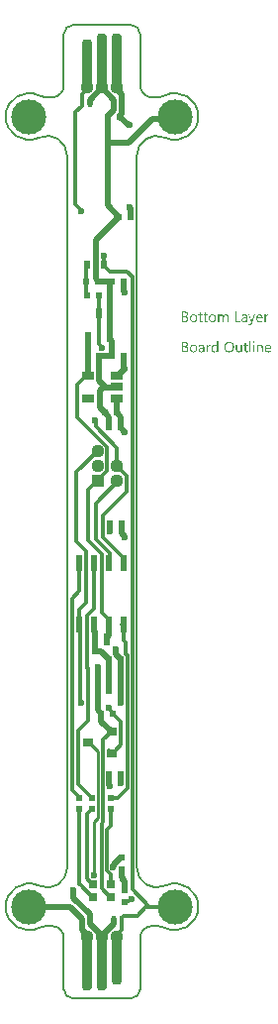
<source format=gbl>
G04*
G04 #@! TF.GenerationSoftware,Altium Limited,Altium Designer,21.8.1 (53)*
G04*
G04 Layer_Physical_Order=2*
G04 Layer_Color=16711680*
%FSAX25Y25*%
%MOIN*%
G70*
G04*
G04 #@! TF.SameCoordinates,E3F0FB40-B38B-4DF8-A9CB-3E72E830E8E9*
G04*
G04*
G04 #@! TF.FilePolarity,Positive*
G04*
G01*
G75*
%ADD10C,0.01968*%
%ADD11C,0.00787*%
%ADD22C,0.01181*%
%ADD23R,0.04370X0.04370*%
%ADD24C,0.04370*%
%ADD25C,0.11811*%
%ADD26C,0.02362*%
G04:AMPARAMS|DCode=27|XSize=35.43mil|YSize=169.29mil|CornerRadius=13.82mil|HoleSize=0mil|Usage=FLASHONLY|Rotation=0.000|XOffset=0mil|YOffset=0mil|HoleType=Round|Shape=RoundedRectangle|*
%AMROUNDEDRECTD27*
21,1,0.03543,0.14165,0,0,0.0*
21,1,0.00780,0.16929,0,0,0.0*
1,1,0.02764,0.00390,-0.07083*
1,1,0.02764,-0.00390,-0.07083*
1,1,0.02764,-0.00390,0.07083*
1,1,0.02764,0.00390,0.07083*
%
%ADD27ROUNDEDRECTD27*%
G04:AMPARAMS|DCode=28|XSize=35.43mil|YSize=188.98mil|CornerRadius=13.82mil|HoleSize=0mil|Usage=FLASHONLY|Rotation=0.000|XOffset=0mil|YOffset=0mil|HoleType=Round|Shape=RoundedRectangle|*
%AMROUNDEDRECTD28*
21,1,0.03543,0.16134,0,0,0.0*
21,1,0.00780,0.18898,0,0,0.0*
1,1,0.02764,0.00390,-0.08067*
1,1,0.02764,-0.00390,-0.08067*
1,1,0.02764,-0.00390,0.08067*
1,1,0.02764,0.00390,0.08067*
%
%ADD28ROUNDEDRECTD28*%
%ADD29R,0.01181X0.02165*%
%ADD30R,0.03150X0.02559*%
%ADD31R,0.02362X0.03150*%
%ADD32R,0.03543X0.03150*%
%ADD33R,0.02165X0.01968*%
%ADD34R,0.03937X0.02756*%
%ADD35R,0.02362X0.03543*%
%ADD36R,0.01968X0.02165*%
%ADD37R,0.02362X0.05512*%
%ADD38R,0.02165X0.01968*%
%ADD39R,0.01968X0.02165*%
%ADD40C,0.00984*%
G36*
X0041905Y0230025D02*
X0041961Y0230012D01*
X0042023Y0230000D01*
X0042091Y0229975D01*
X0042171Y0229944D01*
X0042245Y0229901D01*
X0042326Y0229851D01*
X0042400Y0229783D01*
X0042468Y0229696D01*
X0042530Y0229597D01*
X0042586Y0229486D01*
X0042623Y0229344D01*
X0042654Y0229189D01*
X0042660Y0229009D01*
Y0227462D01*
X0042258D01*
Y0228904D01*
Y0228910D01*
Y0228923D01*
Y0228941D01*
Y0228972D01*
X0042252Y0229047D01*
X0042239Y0229133D01*
X0042227Y0229232D01*
X0042202Y0229331D01*
X0042171Y0229424D01*
X0042128Y0229504D01*
X0042122Y0229511D01*
X0042103Y0229536D01*
X0042072Y0229566D01*
X0042023Y0229597D01*
X0041967Y0229634D01*
X0041893Y0229659D01*
X0041800Y0229684D01*
X0041695Y0229690D01*
X0041682D01*
X0041651Y0229684D01*
X0041602Y0229678D01*
X0041540Y0229659D01*
X0041472Y0229634D01*
X0041397Y0229591D01*
X0041323Y0229536D01*
X0041255Y0229455D01*
X0041249Y0229443D01*
X0041230Y0229412D01*
X0041199Y0229362D01*
X0041168Y0229294D01*
X0041131Y0229214D01*
X0041106Y0229121D01*
X0041082Y0229009D01*
X0041076Y0228892D01*
Y0227462D01*
X0040673D01*
Y0228954D01*
Y0228960D01*
Y0228985D01*
X0040667Y0229022D01*
Y0229071D01*
X0040655Y0229127D01*
X0040642Y0229189D01*
X0040624Y0229251D01*
X0040605Y0229325D01*
X0040574Y0229393D01*
X0040537Y0229455D01*
X0040487Y0229517D01*
X0040432Y0229573D01*
X0040370Y0229622D01*
X0040289Y0229659D01*
X0040203Y0229684D01*
X0040104Y0229690D01*
X0040091D01*
X0040060Y0229684D01*
X0040011Y0229678D01*
X0039949Y0229665D01*
X0039881Y0229634D01*
X0039807Y0229597D01*
X0039732Y0229542D01*
X0039664Y0229467D01*
X0039658Y0229455D01*
X0039639Y0229430D01*
X0039608Y0229381D01*
X0039577Y0229313D01*
X0039547Y0229232D01*
X0039516Y0229133D01*
X0039497Y0229022D01*
X0039491Y0228892D01*
Y0227462D01*
X0039088D01*
Y0229975D01*
X0039491D01*
Y0229573D01*
X0039503D01*
X0039509Y0229579D01*
X0039516Y0229591D01*
X0039534Y0229616D01*
X0039553Y0229647D01*
X0039615Y0229715D01*
X0039701Y0229802D01*
X0039813Y0229888D01*
X0039943Y0229956D01*
X0040023Y0229987D01*
X0040104Y0230012D01*
X0040190Y0230025D01*
X0040283Y0230031D01*
X0040326D01*
X0040376Y0230025D01*
X0040438Y0230012D01*
X0040506Y0229994D01*
X0040580Y0229969D01*
X0040655Y0229938D01*
X0040729Y0229888D01*
X0040735Y0229882D01*
X0040760Y0229864D01*
X0040791Y0229833D01*
X0040834Y0229789D01*
X0040877Y0229734D01*
X0040921Y0229672D01*
X0040964Y0229597D01*
X0040995Y0229511D01*
X0041001Y0229517D01*
X0041007Y0229536D01*
X0041026Y0229560D01*
X0041045Y0229591D01*
X0041076Y0229634D01*
X0041113Y0229678D01*
X0041156Y0229721D01*
X0041205Y0229771D01*
X0041261Y0229820D01*
X0041323Y0229864D01*
X0041391Y0229913D01*
X0041465Y0229950D01*
X0041546Y0229981D01*
X0041633Y0230006D01*
X0041732Y0230025D01*
X0041831Y0230031D01*
X0041868D01*
X0041905Y0230025D01*
D02*
G37*
G36*
X0055938Y0230012D02*
X0056012Y0230006D01*
X0056055Y0229994D01*
X0056086Y0229981D01*
Y0229566D01*
X0056080Y0229573D01*
X0056068Y0229579D01*
X0056043Y0229591D01*
X0056012Y0229610D01*
X0055969Y0229622D01*
X0055913Y0229634D01*
X0055851Y0229641D01*
X0055783Y0229647D01*
X0055771D01*
X0055740Y0229641D01*
X0055690Y0229634D01*
X0055634Y0229616D01*
X0055560Y0229585D01*
X0055492Y0229542D01*
X0055418Y0229480D01*
X0055350Y0229399D01*
X0055343Y0229387D01*
X0055325Y0229356D01*
X0055294Y0229300D01*
X0055263Y0229226D01*
X0055232Y0229133D01*
X0055201Y0229015D01*
X0055182Y0228886D01*
X0055176Y0228737D01*
Y0227462D01*
X0054774D01*
Y0229975D01*
X0055176D01*
Y0229455D01*
X0055189D01*
Y0229461D01*
X0055195Y0229467D01*
X0055207Y0229498D01*
X0055226Y0229548D01*
X0055257Y0229610D01*
X0055288Y0229672D01*
X0055337Y0229740D01*
X0055387Y0229808D01*
X0055449Y0229870D01*
X0055455Y0229876D01*
X0055480Y0229894D01*
X0055517Y0229919D01*
X0055566Y0229944D01*
X0055622Y0229969D01*
X0055690Y0229994D01*
X0055764Y0230012D01*
X0055845Y0230018D01*
X0055901D01*
X0055938Y0230012D01*
D02*
G37*
G36*
X0050559Y0227060D02*
X0050552Y0227053D01*
X0050546Y0227028D01*
X0050528Y0226985D01*
X0050503Y0226936D01*
X0050472Y0226880D01*
X0050429Y0226812D01*
X0050385Y0226744D01*
X0050336Y0226670D01*
X0050274Y0226595D01*
X0050212Y0226527D01*
X0050138Y0226459D01*
X0050057Y0226403D01*
X0049977Y0226354D01*
X0049884Y0226310D01*
X0049791Y0226286D01*
X0049686Y0226279D01*
X0049630D01*
X0049593Y0226286D01*
X0049512Y0226298D01*
X0049426Y0226317D01*
Y0226676D01*
X0049432D01*
X0049451Y0226670D01*
X0049475Y0226663D01*
X0049506Y0226657D01*
X0049580Y0226639D01*
X0049661Y0226632D01*
X0049673D01*
X0049711Y0226639D01*
X0049766Y0226651D01*
X0049834Y0226676D01*
X0049909Y0226719D01*
X0049946Y0226750D01*
X0049983Y0226787D01*
X0050020Y0226824D01*
X0050057Y0226874D01*
X0050088Y0226929D01*
X0050119Y0226991D01*
X0050323Y0227462D01*
X0049339Y0229975D01*
X0049785D01*
X0050466Y0228038D01*
Y0228031D01*
X0050472Y0228019D01*
X0050478Y0228000D01*
X0050484Y0227976D01*
X0050490Y0227939D01*
X0050503Y0227901D01*
X0050515Y0227846D01*
X0050534D01*
Y0227858D01*
X0050546Y0227895D01*
X0050559Y0227951D01*
X0050583Y0228031D01*
X0051295Y0229975D01*
X0051710D01*
X0050559Y0227060D01*
D02*
G37*
G36*
X0048151Y0230025D02*
X0048206Y0230018D01*
X0048274Y0230000D01*
X0048349Y0229981D01*
X0048429Y0229950D01*
X0048516Y0229913D01*
X0048596Y0229864D01*
X0048677Y0229802D01*
X0048751Y0229727D01*
X0048819Y0229634D01*
X0048875Y0229529D01*
X0048918Y0229405D01*
X0048943Y0229263D01*
X0048955Y0229096D01*
Y0227462D01*
X0048553D01*
Y0227852D01*
X0048541D01*
Y0227846D01*
X0048528Y0227833D01*
X0048516Y0227808D01*
X0048491Y0227784D01*
X0048429Y0227709D01*
X0048349Y0227629D01*
X0048237Y0227549D01*
X0048107Y0227474D01*
X0048027Y0227449D01*
X0047946Y0227425D01*
X0047860Y0227412D01*
X0047767Y0227406D01*
X0047730D01*
X0047705Y0227412D01*
X0047637Y0227418D01*
X0047556Y0227431D01*
X0047457Y0227456D01*
X0047365Y0227487D01*
X0047265Y0227536D01*
X0047179Y0227598D01*
X0047173Y0227610D01*
X0047148Y0227635D01*
X0047111Y0227678D01*
X0047074Y0227740D01*
X0047036Y0227815D01*
X0046999Y0227901D01*
X0046975Y0228007D01*
X0046968Y0228124D01*
Y0228130D01*
Y0228155D01*
X0046975Y0228192D01*
X0046981Y0228236D01*
X0046993Y0228291D01*
X0047012Y0228353D01*
X0047036Y0228421D01*
X0047074Y0228489D01*
X0047117Y0228564D01*
X0047173Y0228638D01*
X0047241Y0228706D01*
X0047321Y0228768D01*
X0047414Y0228830D01*
X0047526Y0228879D01*
X0047649Y0228917D01*
X0047798Y0228947D01*
X0048553Y0229053D01*
Y0229059D01*
Y0229077D01*
X0048547Y0229115D01*
Y0229152D01*
X0048534Y0229201D01*
X0048528Y0229257D01*
X0048491Y0229375D01*
X0048460Y0229430D01*
X0048429Y0229486D01*
X0048386Y0229542D01*
X0048336Y0229591D01*
X0048274Y0229634D01*
X0048206Y0229665D01*
X0048126Y0229684D01*
X0048033Y0229690D01*
X0047990D01*
X0047959Y0229684D01*
X0047915D01*
X0047872Y0229672D01*
X0047761Y0229653D01*
X0047637Y0229616D01*
X0047501Y0229560D01*
X0047426Y0229523D01*
X0047358Y0229486D01*
X0047284Y0229436D01*
X0047216Y0229381D01*
Y0229795D01*
X0047222D01*
X0047234Y0229808D01*
X0047253Y0229820D01*
X0047284Y0229833D01*
X0047315Y0229851D01*
X0047358Y0229870D01*
X0047408Y0229888D01*
X0047464Y0229913D01*
X0047587Y0229956D01*
X0047736Y0229994D01*
X0047897Y0230018D01*
X0048070Y0230031D01*
X0048107D01*
X0048151Y0230025D01*
D02*
G37*
G36*
X0045260Y0227833D02*
X0046671D01*
Y0227462D01*
X0044845D01*
Y0230978D01*
X0045260D01*
Y0227833D01*
D02*
G37*
G36*
X0028045Y0230972D02*
X0028089D01*
X0028132Y0230965D01*
X0028231Y0230953D01*
X0028349Y0230922D01*
X0028473Y0230885D01*
X0028590Y0230829D01*
X0028695Y0230755D01*
X0028702D01*
X0028708Y0230743D01*
X0028739Y0230718D01*
X0028782Y0230668D01*
X0028832Y0230600D01*
X0028875Y0230514D01*
X0028918Y0230414D01*
X0028949Y0230303D01*
X0028962Y0230241D01*
Y0230173D01*
Y0230167D01*
Y0230161D01*
Y0230123D01*
X0028956Y0230068D01*
X0028943Y0230000D01*
X0028925Y0229913D01*
X0028894Y0229826D01*
X0028856Y0229740D01*
X0028801Y0229653D01*
X0028795Y0229641D01*
X0028770Y0229616D01*
X0028733Y0229579D01*
X0028683Y0229529D01*
X0028621Y0229480D01*
X0028547Y0229424D01*
X0028454Y0229381D01*
X0028355Y0229337D01*
Y0229331D01*
X0028374D01*
X0028392Y0229325D01*
X0028411Y0229319D01*
X0028479Y0229306D01*
X0028559Y0229282D01*
X0028646Y0229244D01*
X0028739Y0229201D01*
X0028832Y0229139D01*
X0028918Y0229059D01*
X0028931Y0229047D01*
X0028956Y0229015D01*
X0028986Y0228972D01*
X0029030Y0228904D01*
X0029067Y0228817D01*
X0029104Y0228718D01*
X0029129Y0228601D01*
X0029135Y0228471D01*
Y0228465D01*
Y0228452D01*
Y0228428D01*
X0029129Y0228397D01*
X0029123Y0228359D01*
X0029116Y0228316D01*
X0029092Y0228211D01*
X0029054Y0228093D01*
X0028999Y0227969D01*
X0028962Y0227914D01*
X0028918Y0227852D01*
X0028863Y0227796D01*
X0028807Y0227740D01*
X0028801D01*
X0028795Y0227728D01*
X0028776Y0227716D01*
X0028751Y0227697D01*
X0028720Y0227678D01*
X0028677Y0227654D01*
X0028584Y0227604D01*
X0028466Y0227549D01*
X0028330Y0227505D01*
X0028169Y0227474D01*
X0028089Y0227468D01*
X0027996Y0227462D01*
X0026969D01*
Y0230978D01*
X0028015D01*
X0028045Y0230972D01*
D02*
G37*
G36*
X0034972Y0229975D02*
X0035610D01*
Y0229628D01*
X0034972D01*
Y0228211D01*
Y0228198D01*
Y0228168D01*
X0034978Y0228124D01*
X0034984Y0228068D01*
X0035009Y0227951D01*
X0035028Y0227895D01*
X0035059Y0227852D01*
X0035065Y0227846D01*
X0035077Y0227833D01*
X0035096Y0227821D01*
X0035127Y0227802D01*
X0035164Y0227778D01*
X0035214Y0227765D01*
X0035276Y0227753D01*
X0035344Y0227747D01*
X0035368D01*
X0035399Y0227753D01*
X0035436Y0227759D01*
X0035523Y0227784D01*
X0035566Y0227802D01*
X0035610Y0227827D01*
Y0227480D01*
X0035603D01*
X0035585Y0227468D01*
X0035554Y0227462D01*
X0035511Y0227449D01*
X0035455Y0227437D01*
X0035393Y0227425D01*
X0035319Y0227418D01*
X0035232Y0227412D01*
X0035201D01*
X0035170Y0227418D01*
X0035127Y0227425D01*
X0035077Y0227437D01*
X0035022Y0227449D01*
X0034966Y0227474D01*
X0034904Y0227505D01*
X0034842Y0227542D01*
X0034780Y0227592D01*
X0034725Y0227647D01*
X0034675Y0227722D01*
X0034632Y0227802D01*
X0034601Y0227901D01*
X0034576Y0228013D01*
X0034570Y0228143D01*
Y0229628D01*
X0034143D01*
Y0229975D01*
X0034570D01*
Y0230588D01*
X0034972Y0230718D01*
Y0229975D01*
D02*
G37*
G36*
X0033270D02*
X0033907D01*
Y0229628D01*
X0033270D01*
Y0228211D01*
Y0228198D01*
Y0228168D01*
X0033276Y0228124D01*
X0033282Y0228068D01*
X0033307Y0227951D01*
X0033326Y0227895D01*
X0033357Y0227852D01*
X0033363Y0227846D01*
X0033375Y0227833D01*
X0033394Y0227821D01*
X0033425Y0227802D01*
X0033462Y0227778D01*
X0033511Y0227765D01*
X0033573Y0227753D01*
X0033641Y0227747D01*
X0033666D01*
X0033697Y0227753D01*
X0033734Y0227759D01*
X0033821Y0227784D01*
X0033864Y0227802D01*
X0033907Y0227827D01*
Y0227480D01*
X0033901D01*
X0033883Y0227468D01*
X0033852Y0227462D01*
X0033808Y0227449D01*
X0033753Y0227437D01*
X0033691Y0227425D01*
X0033617Y0227418D01*
X0033530Y0227412D01*
X0033499D01*
X0033468Y0227418D01*
X0033425Y0227425D01*
X0033375Y0227437D01*
X0033319Y0227449D01*
X0033264Y0227474D01*
X0033202Y0227505D01*
X0033140Y0227542D01*
X0033078Y0227592D01*
X0033022Y0227647D01*
X0032973Y0227722D01*
X0032930Y0227802D01*
X0032899Y0227901D01*
X0032874Y0228013D01*
X0032868Y0228143D01*
Y0229628D01*
X0032440D01*
Y0229975D01*
X0032868D01*
Y0230588D01*
X0033270Y0230718D01*
Y0229975D01*
D02*
G37*
G36*
X0053214Y0230025D02*
X0053257Y0230018D01*
X0053301Y0230012D01*
X0053412Y0229994D01*
X0053536Y0229950D01*
X0053660Y0229894D01*
X0053722Y0229857D01*
X0053784Y0229814D01*
X0053839Y0229765D01*
X0053895Y0229709D01*
X0053901Y0229703D01*
X0053907Y0229696D01*
X0053920Y0229678D01*
X0053938Y0229653D01*
X0053957Y0229616D01*
X0053982Y0229579D01*
X0054006Y0229536D01*
X0054031Y0229480D01*
X0054056Y0229418D01*
X0054081Y0229356D01*
X0054105Y0229282D01*
X0054124Y0229201D01*
X0054143Y0229115D01*
X0054155Y0229028D01*
X0054167Y0228929D01*
Y0228824D01*
Y0228613D01*
X0052391D01*
Y0228607D01*
Y0228595D01*
Y0228576D01*
X0052397Y0228545D01*
X0052403Y0228508D01*
Y0228471D01*
X0052422Y0228372D01*
X0052453Y0228273D01*
X0052490Y0228161D01*
X0052546Y0228056D01*
X0052614Y0227963D01*
X0052626Y0227951D01*
X0052651Y0227926D01*
X0052700Y0227895D01*
X0052768Y0227852D01*
X0052855Y0227808D01*
X0052954Y0227778D01*
X0053072Y0227753D01*
X0053208Y0227740D01*
X0053251D01*
X0053282Y0227747D01*
X0053319D01*
X0053363Y0227753D01*
X0053468Y0227778D01*
X0053585Y0227808D01*
X0053715Y0227858D01*
X0053852Y0227926D01*
X0053920Y0227969D01*
X0053988Y0228019D01*
Y0227641D01*
X0053982D01*
X0053975Y0227629D01*
X0053957Y0227623D01*
X0053926Y0227604D01*
X0053895Y0227586D01*
X0053858Y0227567D01*
X0053808Y0227549D01*
X0053759Y0227524D01*
X0053697Y0227499D01*
X0053629Y0227480D01*
X0053480Y0227443D01*
X0053307Y0227418D01*
X0053115Y0227406D01*
X0053066D01*
X0053028Y0227412D01*
X0052985Y0227418D01*
X0052929Y0227425D01*
X0052812Y0227449D01*
X0052675Y0227487D01*
X0052539Y0227549D01*
X0052471Y0227592D01*
X0052403Y0227635D01*
X0052341Y0227685D01*
X0052279Y0227747D01*
X0052273Y0227753D01*
X0052267Y0227765D01*
X0052255Y0227784D01*
X0052230Y0227808D01*
X0052211Y0227846D01*
X0052187Y0227889D01*
X0052156Y0227939D01*
X0052131Y0227994D01*
X0052100Y0228056D01*
X0052075Y0228130D01*
X0052044Y0228211D01*
X0052026Y0228297D01*
X0052007Y0228390D01*
X0051989Y0228489D01*
X0051982Y0228595D01*
X0051976Y0228706D01*
Y0228712D01*
Y0228731D01*
Y0228762D01*
X0051982Y0228805D01*
X0051989Y0228855D01*
X0051995Y0228910D01*
X0052001Y0228978D01*
X0052019Y0229047D01*
X0052057Y0229195D01*
X0052112Y0229356D01*
X0052149Y0229436D01*
X0052199Y0229511D01*
X0052248Y0229591D01*
X0052304Y0229659D01*
X0052310Y0229665D01*
X0052323Y0229678D01*
X0052341Y0229696D01*
X0052366Y0229715D01*
X0052397Y0229746D01*
X0052434Y0229777D01*
X0052484Y0229808D01*
X0052533Y0229845D01*
X0052651Y0229913D01*
X0052793Y0229975D01*
X0052874Y0229994D01*
X0052954Y0230012D01*
X0053041Y0230025D01*
X0053134Y0230031D01*
X0053183D01*
X0053214Y0230025D01*
D02*
G37*
G36*
X0037349D02*
X0037392Y0230018D01*
X0037448Y0230012D01*
X0037572Y0229987D01*
X0037714Y0229944D01*
X0037857Y0229882D01*
X0037931Y0229845D01*
X0037999Y0229802D01*
X0038067Y0229746D01*
X0038129Y0229684D01*
X0038135Y0229678D01*
X0038141Y0229665D01*
X0038160Y0229647D01*
X0038179Y0229622D01*
X0038203Y0229585D01*
X0038228Y0229542D01*
X0038259Y0229492D01*
X0038290Y0229436D01*
X0038315Y0229368D01*
X0038346Y0229300D01*
X0038370Y0229220D01*
X0038395Y0229133D01*
X0038414Y0229040D01*
X0038432Y0228941D01*
X0038438Y0228836D01*
X0038445Y0228725D01*
Y0228718D01*
Y0228700D01*
Y0228669D01*
X0038438Y0228625D01*
X0038432Y0228576D01*
X0038426Y0228514D01*
X0038414Y0228452D01*
X0038401Y0228378D01*
X0038364Y0228229D01*
X0038302Y0228068D01*
X0038265Y0227988D01*
X0038216Y0227907D01*
X0038166Y0227833D01*
X0038104Y0227765D01*
X0038098Y0227759D01*
X0038086Y0227753D01*
X0038067Y0227734D01*
X0038042Y0227709D01*
X0038005Y0227685D01*
X0037968Y0227654D01*
X0037919Y0227617D01*
X0037863Y0227586D01*
X0037801Y0227555D01*
X0037733Y0227518D01*
X0037659Y0227487D01*
X0037578Y0227462D01*
X0037492Y0227437D01*
X0037399Y0227425D01*
X0037300Y0227412D01*
X0037194Y0227406D01*
X0037139D01*
X0037102Y0227412D01*
X0037058Y0227418D01*
X0037003Y0227425D01*
X0036941Y0227437D01*
X0036873Y0227449D01*
X0036730Y0227493D01*
X0036582Y0227555D01*
X0036507Y0227592D01*
X0036439Y0227641D01*
X0036371Y0227691D01*
X0036303Y0227753D01*
X0036297Y0227759D01*
X0036291Y0227771D01*
X0036272Y0227790D01*
X0036253Y0227815D01*
X0036229Y0227852D01*
X0036198Y0227895D01*
X0036167Y0227945D01*
X0036142Y0228000D01*
X0036111Y0228068D01*
X0036080Y0228136D01*
X0036049Y0228211D01*
X0036024Y0228297D01*
X0035987Y0228483D01*
X0035981Y0228582D01*
X0035975Y0228687D01*
Y0228694D01*
Y0228718D01*
Y0228749D01*
X0035981Y0228793D01*
X0035987Y0228842D01*
X0035993Y0228904D01*
X0036006Y0228972D01*
X0036018Y0229047D01*
X0036055Y0229207D01*
X0036117Y0229368D01*
X0036161Y0229449D01*
X0036204Y0229529D01*
X0036253Y0229604D01*
X0036315Y0229672D01*
X0036322Y0229678D01*
X0036334Y0229690D01*
X0036353Y0229703D01*
X0036377Y0229727D01*
X0036414Y0229752D01*
X0036458Y0229783D01*
X0036507Y0229820D01*
X0036563Y0229851D01*
X0036625Y0229882D01*
X0036699Y0229919D01*
X0036773Y0229950D01*
X0036860Y0229975D01*
X0036947Y0230000D01*
X0037046Y0230018D01*
X0037151Y0230025D01*
X0037256Y0230031D01*
X0037312D01*
X0037349Y0230025D01*
D02*
G37*
G36*
X0030998D02*
X0031041Y0230018D01*
X0031097Y0230012D01*
X0031221Y0229987D01*
X0031363Y0229944D01*
X0031506Y0229882D01*
X0031580Y0229845D01*
X0031648Y0229802D01*
X0031716Y0229746D01*
X0031778Y0229684D01*
X0031784Y0229678D01*
X0031791Y0229665D01*
X0031809Y0229647D01*
X0031828Y0229622D01*
X0031852Y0229585D01*
X0031877Y0229542D01*
X0031908Y0229492D01*
X0031939Y0229436D01*
X0031964Y0229368D01*
X0031995Y0229300D01*
X0032019Y0229220D01*
X0032044Y0229133D01*
X0032063Y0229040D01*
X0032081Y0228941D01*
X0032088Y0228836D01*
X0032094Y0228725D01*
Y0228718D01*
Y0228700D01*
Y0228669D01*
X0032088Y0228625D01*
X0032081Y0228576D01*
X0032075Y0228514D01*
X0032063Y0228452D01*
X0032050Y0228378D01*
X0032013Y0228229D01*
X0031951Y0228068D01*
X0031914Y0227988D01*
X0031865Y0227907D01*
X0031815Y0227833D01*
X0031753Y0227765D01*
X0031747Y0227759D01*
X0031735Y0227753D01*
X0031716Y0227734D01*
X0031691Y0227709D01*
X0031654Y0227685D01*
X0031617Y0227654D01*
X0031568Y0227617D01*
X0031512Y0227586D01*
X0031450Y0227555D01*
X0031382Y0227518D01*
X0031308Y0227487D01*
X0031227Y0227462D01*
X0031141Y0227437D01*
X0031048Y0227425D01*
X0030949Y0227412D01*
X0030843Y0227406D01*
X0030788D01*
X0030751Y0227412D01*
X0030707Y0227418D01*
X0030652Y0227425D01*
X0030590Y0227437D01*
X0030522Y0227449D01*
X0030379Y0227493D01*
X0030231Y0227555D01*
X0030156Y0227592D01*
X0030088Y0227641D01*
X0030020Y0227691D01*
X0029952Y0227753D01*
X0029946Y0227759D01*
X0029940Y0227771D01*
X0029921Y0227790D01*
X0029902Y0227815D01*
X0029878Y0227852D01*
X0029847Y0227895D01*
X0029816Y0227945D01*
X0029791Y0228000D01*
X0029760Y0228068D01*
X0029729Y0228136D01*
X0029698Y0228211D01*
X0029673Y0228297D01*
X0029636Y0228483D01*
X0029630Y0228582D01*
X0029624Y0228687D01*
Y0228694D01*
Y0228718D01*
Y0228749D01*
X0029630Y0228793D01*
X0029636Y0228842D01*
X0029643Y0228904D01*
X0029655Y0228972D01*
X0029667Y0229047D01*
X0029704Y0229207D01*
X0029766Y0229368D01*
X0029810Y0229449D01*
X0029853Y0229529D01*
X0029902Y0229604D01*
X0029964Y0229672D01*
X0029971Y0229678D01*
X0029983Y0229690D01*
X0030002Y0229703D01*
X0030026Y0229727D01*
X0030064Y0229752D01*
X0030107Y0229783D01*
X0030156Y0229820D01*
X0030212Y0229851D01*
X0030274Y0229882D01*
X0030348Y0229919D01*
X0030422Y0229950D01*
X0030509Y0229975D01*
X0030596Y0230000D01*
X0030695Y0230018D01*
X0030800Y0230025D01*
X0030905Y0230031D01*
X0030961D01*
X0030998Y0230025D01*
D02*
G37*
G36*
X0051178Y0220945D02*
X0051202D01*
X0051258Y0220920D01*
X0051289Y0220901D01*
X0051320Y0220877D01*
X0051326Y0220870D01*
X0051332Y0220864D01*
X0051363Y0220827D01*
X0051388Y0220765D01*
X0051394Y0220728D01*
X0051400Y0220691D01*
Y0220685D01*
Y0220672D01*
X0051394Y0220654D01*
X0051388Y0220629D01*
X0051370Y0220567D01*
X0051345Y0220536D01*
X0051320Y0220505D01*
X0051314D01*
X0051308Y0220493D01*
X0051270Y0220468D01*
X0051215Y0220443D01*
X0051178Y0220437D01*
X0051140Y0220431D01*
X0051122D01*
X0051103Y0220437D01*
X0051078D01*
X0051017Y0220462D01*
X0050986Y0220474D01*
X0050955Y0220499D01*
Y0220505D01*
X0050942Y0220511D01*
X0050930Y0220530D01*
X0050918Y0220548D01*
X0050893Y0220610D01*
X0050887Y0220648D01*
X0050880Y0220691D01*
Y0220697D01*
Y0220709D01*
X0050887Y0220728D01*
X0050893Y0220759D01*
X0050911Y0220815D01*
X0050930Y0220846D01*
X0050955Y0220877D01*
X0050961Y0220883D01*
X0050967Y0220889D01*
X0051004Y0220914D01*
X0051066Y0220938D01*
X0051103Y0220951D01*
X0051159D01*
X0051178Y0220945D01*
D02*
G37*
G36*
X0039187Y0217280D02*
X0038785D01*
Y0217701D01*
X0038773D01*
Y0217695D01*
X0038760Y0217683D01*
X0038742Y0217658D01*
X0038723Y0217627D01*
X0038692Y0217590D01*
X0038655Y0217552D01*
X0038612Y0217509D01*
X0038562Y0217466D01*
X0038507Y0217416D01*
X0038438Y0217373D01*
X0038370Y0217336D01*
X0038290Y0217299D01*
X0038210Y0217268D01*
X0038117Y0217243D01*
X0038018Y0217231D01*
X0037912Y0217224D01*
X0037869D01*
X0037832Y0217231D01*
X0037795Y0217237D01*
X0037745Y0217243D01*
X0037640Y0217268D01*
X0037516Y0217305D01*
X0037392Y0217367D01*
X0037324Y0217404D01*
X0037269Y0217447D01*
X0037207Y0217503D01*
X0037151Y0217559D01*
Y0217565D01*
X0037139Y0217577D01*
X0037126Y0217596D01*
X0037108Y0217621D01*
X0037089Y0217652D01*
X0037064Y0217695D01*
X0037040Y0217744D01*
X0037015Y0217800D01*
X0036984Y0217862D01*
X0036959Y0217930D01*
X0036934Y0218004D01*
X0036916Y0218085D01*
X0036897Y0218172D01*
X0036885Y0218270D01*
X0036879Y0218370D01*
X0036873Y0218475D01*
Y0218481D01*
Y0218499D01*
Y0218537D01*
X0036879Y0218580D01*
X0036885Y0218630D01*
X0036891Y0218691D01*
X0036897Y0218759D01*
X0036910Y0218834D01*
X0036947Y0218995D01*
X0037003Y0219162D01*
X0037040Y0219242D01*
X0037083Y0219323D01*
X0037126Y0219397D01*
X0037182Y0219471D01*
X0037188Y0219478D01*
X0037194Y0219490D01*
X0037213Y0219509D01*
X0037238Y0219533D01*
X0037269Y0219558D01*
X0037312Y0219589D01*
X0037355Y0219626D01*
X0037405Y0219663D01*
X0037529Y0219731D01*
X0037671Y0219793D01*
X0037751Y0219812D01*
X0037838Y0219830D01*
X0037925Y0219843D01*
X0038024Y0219849D01*
X0038073D01*
X0038111Y0219843D01*
X0038148Y0219837D01*
X0038197Y0219830D01*
X0038309Y0219799D01*
X0038432Y0219750D01*
X0038494Y0219719D01*
X0038556Y0219676D01*
X0038618Y0219632D01*
X0038674Y0219577D01*
X0038723Y0219515D01*
X0038773Y0219440D01*
X0038785D01*
Y0221000D01*
X0039187D01*
Y0217280D01*
D02*
G37*
G36*
X0053456Y0219843D02*
X0053530Y0219837D01*
X0053623Y0219818D01*
X0053722Y0219787D01*
X0053827Y0219738D01*
X0053932Y0219670D01*
X0053975Y0219632D01*
X0054019Y0219583D01*
X0054031Y0219570D01*
X0054056Y0219533D01*
X0054087Y0219471D01*
X0054130Y0219385D01*
X0054167Y0219280D01*
X0054204Y0219149D01*
X0054229Y0218995D01*
X0054235Y0218815D01*
Y0217280D01*
X0053833D01*
Y0218710D01*
Y0218716D01*
Y0218747D01*
X0053827Y0218784D01*
Y0218834D01*
X0053815Y0218896D01*
X0053802Y0218964D01*
X0053784Y0219038D01*
X0053759Y0219112D01*
X0053728Y0219187D01*
X0053691Y0219255D01*
X0053641Y0219323D01*
X0053585Y0219385D01*
X0053524Y0219434D01*
X0053443Y0219471D01*
X0053356Y0219502D01*
X0053251Y0219509D01*
X0053239D01*
X0053202Y0219502D01*
X0053146Y0219496D01*
X0053078Y0219478D01*
X0052997Y0219453D01*
X0052911Y0219409D01*
X0052830Y0219354D01*
X0052750Y0219280D01*
X0052744Y0219267D01*
X0052719Y0219242D01*
X0052688Y0219193D01*
X0052651Y0219125D01*
X0052614Y0219044D01*
X0052583Y0218945D01*
X0052558Y0218834D01*
X0052552Y0218710D01*
Y0217280D01*
X0052149D01*
Y0219793D01*
X0052552D01*
Y0219372D01*
X0052564D01*
X0052570Y0219378D01*
X0052577Y0219391D01*
X0052595Y0219416D01*
X0052620Y0219447D01*
X0052645Y0219484D01*
X0052682Y0219521D01*
X0052725Y0219564D01*
X0052775Y0219614D01*
X0052830Y0219657D01*
X0052892Y0219700D01*
X0052960Y0219738D01*
X0053035Y0219775D01*
X0053109Y0219806D01*
X0053196Y0219830D01*
X0053288Y0219843D01*
X0053387Y0219849D01*
X0053425D01*
X0053456Y0219843D01*
D02*
G37*
G36*
X0036458Y0219830D02*
X0036532Y0219824D01*
X0036575Y0219812D01*
X0036606Y0219799D01*
Y0219385D01*
X0036600Y0219391D01*
X0036588Y0219397D01*
X0036563Y0219409D01*
X0036532Y0219428D01*
X0036489Y0219440D01*
X0036433Y0219453D01*
X0036371Y0219459D01*
X0036303Y0219465D01*
X0036291D01*
X0036260Y0219459D01*
X0036210Y0219453D01*
X0036154Y0219434D01*
X0036080Y0219403D01*
X0036012Y0219360D01*
X0035938Y0219298D01*
X0035870Y0219218D01*
X0035864Y0219205D01*
X0035845Y0219174D01*
X0035814Y0219119D01*
X0035783Y0219044D01*
X0035752Y0218951D01*
X0035721Y0218834D01*
X0035703Y0218704D01*
X0035696Y0218555D01*
Y0217280D01*
X0035294D01*
Y0219793D01*
X0035696D01*
Y0219273D01*
X0035709D01*
Y0219280D01*
X0035715Y0219286D01*
X0035727Y0219317D01*
X0035746Y0219366D01*
X0035777Y0219428D01*
X0035808Y0219490D01*
X0035857Y0219558D01*
X0035907Y0219626D01*
X0035969Y0219688D01*
X0035975Y0219694D01*
X0036000Y0219713D01*
X0036037Y0219738D01*
X0036086Y0219762D01*
X0036142Y0219787D01*
X0036210Y0219812D01*
X0036284Y0219830D01*
X0036365Y0219837D01*
X0036421D01*
X0036458Y0219830D01*
D02*
G37*
G36*
X0047197Y0217280D02*
X0046795D01*
Y0217676D01*
X0046783D01*
Y0217670D01*
X0046770Y0217658D01*
X0046758Y0217633D01*
X0046733Y0217608D01*
X0046677Y0217534D01*
X0046591Y0217453D01*
X0046541Y0217410D01*
X0046486Y0217367D01*
X0046424Y0217330D01*
X0046349Y0217292D01*
X0046275Y0217268D01*
X0046195Y0217243D01*
X0046102Y0217231D01*
X0046009Y0217224D01*
X0045972D01*
X0045928Y0217231D01*
X0045867Y0217243D01*
X0045799Y0217255D01*
X0045724Y0217280D01*
X0045644Y0217311D01*
X0045563Y0217361D01*
X0045477Y0217416D01*
X0045396Y0217484D01*
X0045322Y0217571D01*
X0045254Y0217676D01*
X0045192Y0217794D01*
X0045149Y0217936D01*
X0045124Y0218103D01*
X0045111Y0218190D01*
Y0218289D01*
Y0219793D01*
X0045507D01*
Y0218351D01*
Y0218345D01*
Y0218320D01*
X0045514Y0218277D01*
X0045520Y0218227D01*
X0045526Y0218165D01*
X0045538Y0218103D01*
X0045557Y0218029D01*
X0045582Y0217955D01*
X0045619Y0217881D01*
X0045656Y0217812D01*
X0045706Y0217744D01*
X0045768Y0217683D01*
X0045836Y0217633D01*
X0045916Y0217596D01*
X0046015Y0217565D01*
X0046120Y0217559D01*
X0046133D01*
X0046170Y0217565D01*
X0046226Y0217571D01*
X0046288Y0217583D01*
X0046368Y0217614D01*
X0046448Y0217652D01*
X0046529Y0217701D01*
X0046603Y0217775D01*
X0046609Y0217788D01*
X0046634Y0217812D01*
X0046665Y0217862D01*
X0046702Y0217930D01*
X0046733Y0218010D01*
X0046764Y0218110D01*
X0046789Y0218221D01*
X0046795Y0218345D01*
Y0219793D01*
X0047197D01*
Y0217280D01*
D02*
G37*
G36*
X0051332D02*
X0050930D01*
Y0219793D01*
X0051332D01*
Y0217280D01*
D02*
G37*
G36*
X0050113D02*
X0049711D01*
Y0221000D01*
X0050113D01*
Y0217280D01*
D02*
G37*
G36*
X0033734Y0219843D02*
X0033790Y0219837D01*
X0033858Y0219818D01*
X0033932Y0219799D01*
X0034013Y0219769D01*
X0034099Y0219731D01*
X0034180Y0219682D01*
X0034260Y0219620D01*
X0034335Y0219546D01*
X0034403Y0219453D01*
X0034458Y0219348D01*
X0034502Y0219224D01*
X0034527Y0219081D01*
X0034539Y0218914D01*
Y0217280D01*
X0034137D01*
Y0217670D01*
X0034124D01*
Y0217664D01*
X0034112Y0217652D01*
X0034099Y0217627D01*
X0034075Y0217602D01*
X0034013Y0217528D01*
X0033932Y0217447D01*
X0033821Y0217367D01*
X0033691Y0217292D01*
X0033610Y0217268D01*
X0033530Y0217243D01*
X0033443Y0217231D01*
X0033350Y0217224D01*
X0033313D01*
X0033288Y0217231D01*
X0033220Y0217237D01*
X0033140Y0217249D01*
X0033041Y0217274D01*
X0032948Y0217305D01*
X0032849Y0217354D01*
X0032762Y0217416D01*
X0032756Y0217429D01*
X0032731Y0217453D01*
X0032694Y0217497D01*
X0032657Y0217559D01*
X0032620Y0217633D01*
X0032583Y0217720D01*
X0032558Y0217825D01*
X0032552Y0217943D01*
Y0217949D01*
Y0217973D01*
X0032558Y0218010D01*
X0032564Y0218054D01*
X0032577Y0218110D01*
X0032595Y0218172D01*
X0032620Y0218240D01*
X0032657Y0218308D01*
X0032700Y0218382D01*
X0032756Y0218456D01*
X0032824Y0218524D01*
X0032905Y0218586D01*
X0032998Y0218648D01*
X0033109Y0218698D01*
X0033233Y0218735D01*
X0033381Y0218766D01*
X0034137Y0218871D01*
Y0218877D01*
Y0218896D01*
X0034130Y0218933D01*
Y0218970D01*
X0034118Y0219020D01*
X0034112Y0219075D01*
X0034075Y0219193D01*
X0034044Y0219249D01*
X0034013Y0219304D01*
X0033969Y0219360D01*
X0033920Y0219409D01*
X0033858Y0219453D01*
X0033790Y0219484D01*
X0033709Y0219502D01*
X0033617Y0219509D01*
X0033573D01*
X0033542Y0219502D01*
X0033499D01*
X0033456Y0219490D01*
X0033344Y0219471D01*
X0033220Y0219434D01*
X0033084Y0219378D01*
X0033010Y0219341D01*
X0032942Y0219304D01*
X0032868Y0219255D01*
X0032800Y0219199D01*
Y0219614D01*
X0032806D01*
X0032818Y0219626D01*
X0032837Y0219638D01*
X0032868Y0219651D01*
X0032899Y0219670D01*
X0032942Y0219688D01*
X0032991Y0219707D01*
X0033047Y0219731D01*
X0033171Y0219775D01*
X0033319Y0219812D01*
X0033480Y0219837D01*
X0033654Y0219849D01*
X0033691D01*
X0033734Y0219843D01*
D02*
G37*
G36*
X0028045Y0220790D02*
X0028089D01*
X0028132Y0220784D01*
X0028231Y0220771D01*
X0028349Y0220740D01*
X0028473Y0220703D01*
X0028590Y0220648D01*
X0028695Y0220573D01*
X0028702D01*
X0028708Y0220561D01*
X0028739Y0220536D01*
X0028782Y0220486D01*
X0028832Y0220418D01*
X0028875Y0220332D01*
X0028918Y0220233D01*
X0028949Y0220121D01*
X0028962Y0220059D01*
Y0219991D01*
Y0219985D01*
Y0219979D01*
Y0219942D01*
X0028956Y0219886D01*
X0028943Y0219818D01*
X0028925Y0219731D01*
X0028894Y0219645D01*
X0028856Y0219558D01*
X0028801Y0219471D01*
X0028795Y0219459D01*
X0028770Y0219434D01*
X0028733Y0219397D01*
X0028683Y0219348D01*
X0028621Y0219298D01*
X0028547Y0219242D01*
X0028454Y0219199D01*
X0028355Y0219156D01*
Y0219149D01*
X0028374D01*
X0028392Y0219143D01*
X0028411Y0219137D01*
X0028479Y0219125D01*
X0028559Y0219100D01*
X0028646Y0219063D01*
X0028739Y0219020D01*
X0028832Y0218958D01*
X0028918Y0218877D01*
X0028931Y0218865D01*
X0028956Y0218834D01*
X0028986Y0218791D01*
X0029030Y0218722D01*
X0029067Y0218636D01*
X0029104Y0218537D01*
X0029129Y0218419D01*
X0029135Y0218289D01*
Y0218283D01*
Y0218270D01*
Y0218246D01*
X0029129Y0218215D01*
X0029123Y0218178D01*
X0029116Y0218134D01*
X0029092Y0218029D01*
X0029054Y0217912D01*
X0028999Y0217788D01*
X0028962Y0217732D01*
X0028918Y0217670D01*
X0028863Y0217614D01*
X0028807Y0217559D01*
X0028801D01*
X0028795Y0217546D01*
X0028776Y0217534D01*
X0028751Y0217515D01*
X0028720Y0217497D01*
X0028677Y0217472D01*
X0028584Y0217423D01*
X0028466Y0217367D01*
X0028330Y0217323D01*
X0028169Y0217292D01*
X0028089Y0217286D01*
X0027996Y0217280D01*
X0026969D01*
Y0220796D01*
X0028015D01*
X0028045Y0220790D01*
D02*
G37*
G36*
X0048541Y0219793D02*
X0049178D01*
Y0219447D01*
X0048541D01*
Y0218029D01*
Y0218017D01*
Y0217986D01*
X0048547Y0217943D01*
X0048553Y0217887D01*
X0048578Y0217769D01*
X0048596Y0217713D01*
X0048627Y0217670D01*
X0048634Y0217664D01*
X0048646Y0217652D01*
X0048664Y0217639D01*
X0048695Y0217621D01*
X0048733Y0217596D01*
X0048782Y0217583D01*
X0048844Y0217571D01*
X0048912Y0217565D01*
X0048937D01*
X0048968Y0217571D01*
X0049005Y0217577D01*
X0049092Y0217602D01*
X0049135Y0217621D01*
X0049178Y0217645D01*
Y0217299D01*
X0049172D01*
X0049153Y0217286D01*
X0049123Y0217280D01*
X0049079Y0217268D01*
X0049024Y0217255D01*
X0048961Y0217243D01*
X0048887Y0217237D01*
X0048801Y0217231D01*
X0048770D01*
X0048739Y0217237D01*
X0048695Y0217243D01*
X0048646Y0217255D01*
X0048590Y0217268D01*
X0048534Y0217292D01*
X0048472Y0217323D01*
X0048411Y0217361D01*
X0048349Y0217410D01*
X0048293Y0217466D01*
X0048243Y0217540D01*
X0048200Y0217621D01*
X0048169Y0217720D01*
X0048145Y0217831D01*
X0048138Y0217961D01*
Y0219447D01*
X0047711D01*
Y0219793D01*
X0048138D01*
Y0220406D01*
X0048541Y0220536D01*
Y0219793D01*
D02*
G37*
G36*
X0056068Y0219843D02*
X0056111Y0219837D01*
X0056154Y0219830D01*
X0056266Y0219812D01*
X0056389Y0219769D01*
X0056513Y0219713D01*
X0056575Y0219676D01*
X0056637Y0219632D01*
X0056693Y0219583D01*
X0056749Y0219527D01*
X0056755Y0219521D01*
X0056761Y0219515D01*
X0056773Y0219496D01*
X0056792Y0219471D01*
X0056810Y0219434D01*
X0056835Y0219397D01*
X0056860Y0219354D01*
X0056885Y0219298D01*
X0056910Y0219236D01*
X0056934Y0219174D01*
X0056959Y0219100D01*
X0056978Y0219020D01*
X0056996Y0218933D01*
X0057009Y0218846D01*
X0057021Y0218747D01*
Y0218642D01*
Y0218431D01*
X0055244D01*
Y0218425D01*
Y0218413D01*
Y0218394D01*
X0055251Y0218363D01*
X0055257Y0218326D01*
Y0218289D01*
X0055275Y0218190D01*
X0055306Y0218091D01*
X0055343Y0217980D01*
X0055399Y0217874D01*
X0055467Y0217781D01*
X0055480Y0217769D01*
X0055504Y0217744D01*
X0055554Y0217713D01*
X0055622Y0217670D01*
X0055709Y0217627D01*
X0055808Y0217596D01*
X0055925Y0217571D01*
X0056062Y0217559D01*
X0056105D01*
X0056136Y0217565D01*
X0056173D01*
X0056216Y0217571D01*
X0056322Y0217596D01*
X0056439Y0217627D01*
X0056569Y0217676D01*
X0056705Y0217744D01*
X0056773Y0217788D01*
X0056841Y0217837D01*
Y0217460D01*
X0056835D01*
X0056829Y0217447D01*
X0056810Y0217441D01*
X0056779Y0217423D01*
X0056749Y0217404D01*
X0056711Y0217385D01*
X0056662Y0217367D01*
X0056612Y0217342D01*
X0056551Y0217317D01*
X0056482Y0217299D01*
X0056334Y0217262D01*
X0056160Y0217237D01*
X0055969Y0217224D01*
X0055919D01*
X0055882Y0217231D01*
X0055839Y0217237D01*
X0055783Y0217243D01*
X0055665Y0217268D01*
X0055529Y0217305D01*
X0055393Y0217367D01*
X0055325Y0217410D01*
X0055257Y0217453D01*
X0055195Y0217503D01*
X0055133Y0217565D01*
X0055127Y0217571D01*
X0055121Y0217583D01*
X0055108Y0217602D01*
X0055084Y0217627D01*
X0055065Y0217664D01*
X0055040Y0217707D01*
X0055009Y0217757D01*
X0054984Y0217812D01*
X0054953Y0217874D01*
X0054929Y0217949D01*
X0054898Y0218029D01*
X0054879Y0218116D01*
X0054861Y0218209D01*
X0054842Y0218308D01*
X0054836Y0218413D01*
X0054830Y0218524D01*
Y0218531D01*
Y0218549D01*
Y0218580D01*
X0054836Y0218623D01*
X0054842Y0218673D01*
X0054848Y0218729D01*
X0054854Y0218797D01*
X0054873Y0218865D01*
X0054910Y0219013D01*
X0054966Y0219174D01*
X0055003Y0219255D01*
X0055053Y0219329D01*
X0055102Y0219409D01*
X0055158Y0219478D01*
X0055164Y0219484D01*
X0055176Y0219496D01*
X0055195Y0219515D01*
X0055220Y0219533D01*
X0055251Y0219564D01*
X0055288Y0219595D01*
X0055337Y0219626D01*
X0055387Y0219663D01*
X0055504Y0219731D01*
X0055647Y0219793D01*
X0055727Y0219812D01*
X0055808Y0219830D01*
X0055894Y0219843D01*
X0055987Y0219849D01*
X0056037D01*
X0056068Y0219843D01*
D02*
G37*
G36*
X0043025Y0220852D02*
X0043087Y0220846D01*
X0043161Y0220833D01*
X0043242Y0220815D01*
X0043329Y0220796D01*
X0043415Y0220771D01*
X0043514Y0220740D01*
X0043607Y0220697D01*
X0043706Y0220648D01*
X0043805Y0220592D01*
X0043898Y0220524D01*
X0043991Y0220449D01*
X0044078Y0220363D01*
X0044084Y0220357D01*
X0044096Y0220338D01*
X0044121Y0220313D01*
X0044146Y0220276D01*
X0044183Y0220227D01*
X0044220Y0220165D01*
X0044257Y0220097D01*
X0044300Y0220022D01*
X0044344Y0219929D01*
X0044381Y0219837D01*
X0044418Y0219731D01*
X0044455Y0219614D01*
X0044480Y0219496D01*
X0044505Y0219366D01*
X0044517Y0219224D01*
X0044523Y0219081D01*
Y0219069D01*
Y0219044D01*
Y0219001D01*
X0044517Y0218939D01*
X0044511Y0218865D01*
X0044499Y0218784D01*
X0044486Y0218691D01*
X0044468Y0218586D01*
X0044443Y0218481D01*
X0044412Y0218370D01*
X0044375Y0218258D01*
X0044331Y0218147D01*
X0044276Y0218029D01*
X0044214Y0217924D01*
X0044146Y0217819D01*
X0044065Y0217720D01*
X0044059Y0217713D01*
X0044047Y0217701D01*
X0044016Y0217676D01*
X0043985Y0217645D01*
X0043935Y0217602D01*
X0043880Y0217565D01*
X0043818Y0217515D01*
X0043743Y0217472D01*
X0043663Y0217429D01*
X0043570Y0217379D01*
X0043471Y0217342D01*
X0043360Y0217305D01*
X0043242Y0217268D01*
X0043118Y0217243D01*
X0042988Y0217231D01*
X0042846Y0217224D01*
X0042815D01*
X0042772Y0217231D01*
X0042722D01*
X0042660Y0217237D01*
X0042586Y0217249D01*
X0042505Y0217268D01*
X0042412Y0217286D01*
X0042320Y0217311D01*
X0042221Y0217342D01*
X0042122Y0217385D01*
X0042023Y0217429D01*
X0041923Y0217484D01*
X0041824Y0217552D01*
X0041732Y0217627D01*
X0041645Y0217713D01*
X0041639Y0217720D01*
X0041626Y0217738D01*
X0041602Y0217763D01*
X0041577Y0217800D01*
X0041540Y0217850D01*
X0041503Y0217912D01*
X0041465Y0217980D01*
X0041422Y0218060D01*
X0041379Y0218147D01*
X0041342Y0218240D01*
X0041304Y0218345D01*
X0041267Y0218462D01*
X0041243Y0218580D01*
X0041218Y0218710D01*
X0041205Y0218852D01*
X0041199Y0218995D01*
Y0219007D01*
Y0219032D01*
X0041205Y0219075D01*
Y0219137D01*
X0041212Y0219205D01*
X0041224Y0219292D01*
X0041236Y0219385D01*
X0041255Y0219484D01*
X0041280Y0219589D01*
X0041311Y0219700D01*
X0041348Y0219812D01*
X0041391Y0219923D01*
X0041447Y0220035D01*
X0041509Y0220146D01*
X0041577Y0220251D01*
X0041657Y0220350D01*
X0041664Y0220357D01*
X0041676Y0220375D01*
X0041707Y0220400D01*
X0041744Y0220431D01*
X0041787Y0220468D01*
X0041843Y0220511D01*
X0041911Y0220555D01*
X0041985Y0220604D01*
X0042072Y0220654D01*
X0042165Y0220697D01*
X0042264Y0220740D01*
X0042375Y0220778D01*
X0042499Y0220808D01*
X0042629Y0220839D01*
X0042765Y0220852D01*
X0042908Y0220858D01*
X0042976D01*
X0043025Y0220852D01*
D02*
G37*
G36*
X0030998Y0219843D02*
X0031041Y0219837D01*
X0031097Y0219830D01*
X0031221Y0219806D01*
X0031363Y0219762D01*
X0031506Y0219700D01*
X0031580Y0219663D01*
X0031648Y0219620D01*
X0031716Y0219564D01*
X0031778Y0219502D01*
X0031784Y0219496D01*
X0031791Y0219484D01*
X0031809Y0219465D01*
X0031828Y0219440D01*
X0031852Y0219403D01*
X0031877Y0219360D01*
X0031908Y0219310D01*
X0031939Y0219255D01*
X0031964Y0219187D01*
X0031995Y0219119D01*
X0032019Y0219038D01*
X0032044Y0218951D01*
X0032063Y0218859D01*
X0032081Y0218759D01*
X0032088Y0218654D01*
X0032094Y0218543D01*
Y0218537D01*
Y0218518D01*
Y0218487D01*
X0032088Y0218444D01*
X0032081Y0218394D01*
X0032075Y0218332D01*
X0032063Y0218270D01*
X0032050Y0218196D01*
X0032013Y0218048D01*
X0031951Y0217887D01*
X0031914Y0217806D01*
X0031865Y0217726D01*
X0031815Y0217652D01*
X0031753Y0217583D01*
X0031747Y0217577D01*
X0031735Y0217571D01*
X0031716Y0217552D01*
X0031691Y0217528D01*
X0031654Y0217503D01*
X0031617Y0217472D01*
X0031568Y0217435D01*
X0031512Y0217404D01*
X0031450Y0217373D01*
X0031382Y0217336D01*
X0031308Y0217305D01*
X0031227Y0217280D01*
X0031141Y0217255D01*
X0031048Y0217243D01*
X0030949Y0217231D01*
X0030843Y0217224D01*
X0030788D01*
X0030751Y0217231D01*
X0030707Y0217237D01*
X0030652Y0217243D01*
X0030590Y0217255D01*
X0030522Y0217268D01*
X0030379Y0217311D01*
X0030231Y0217373D01*
X0030156Y0217410D01*
X0030088Y0217460D01*
X0030020Y0217509D01*
X0029952Y0217571D01*
X0029946Y0217577D01*
X0029940Y0217590D01*
X0029921Y0217608D01*
X0029902Y0217633D01*
X0029878Y0217670D01*
X0029847Y0217713D01*
X0029816Y0217763D01*
X0029791Y0217819D01*
X0029760Y0217887D01*
X0029729Y0217955D01*
X0029698Y0218029D01*
X0029673Y0218116D01*
X0029636Y0218302D01*
X0029630Y0218401D01*
X0029624Y0218506D01*
Y0218512D01*
Y0218537D01*
Y0218568D01*
X0029630Y0218611D01*
X0029636Y0218660D01*
X0029643Y0218722D01*
X0029655Y0218791D01*
X0029667Y0218865D01*
X0029704Y0219026D01*
X0029766Y0219187D01*
X0029810Y0219267D01*
X0029853Y0219348D01*
X0029902Y0219422D01*
X0029964Y0219490D01*
X0029971Y0219496D01*
X0029983Y0219509D01*
X0030002Y0219521D01*
X0030026Y0219546D01*
X0030064Y0219570D01*
X0030107Y0219601D01*
X0030156Y0219638D01*
X0030212Y0219670D01*
X0030274Y0219700D01*
X0030348Y0219738D01*
X0030422Y0219769D01*
X0030509Y0219793D01*
X0030596Y0219818D01*
X0030695Y0219837D01*
X0030800Y0219843D01*
X0030905Y0219849D01*
X0030961D01*
X0030998Y0219843D01*
D02*
G37*
%LPC*%
G36*
X0048553Y0228731D02*
X0047946Y0228644D01*
X0047934D01*
X0047903Y0228638D01*
X0047853Y0228625D01*
X0047792Y0228613D01*
X0047724Y0228595D01*
X0047649Y0228570D01*
X0047587Y0228545D01*
X0047526Y0228508D01*
X0047519Y0228502D01*
X0047501Y0228489D01*
X0047482Y0228465D01*
X0047457Y0228428D01*
X0047426Y0228378D01*
X0047408Y0228316D01*
X0047389Y0228242D01*
X0047383Y0228155D01*
Y0228149D01*
Y0228124D01*
X0047389Y0228093D01*
X0047402Y0228050D01*
X0047414Y0228000D01*
X0047439Y0227951D01*
X0047470Y0227901D01*
X0047513Y0227852D01*
X0047519Y0227846D01*
X0047538Y0227833D01*
X0047569Y0227815D01*
X0047606Y0227796D01*
X0047655Y0227778D01*
X0047717Y0227759D01*
X0047785Y0227747D01*
X0047866Y0227740D01*
X0047878D01*
X0047915Y0227747D01*
X0047971Y0227753D01*
X0048039Y0227765D01*
X0048114Y0227790D01*
X0048200Y0227827D01*
X0048281Y0227883D01*
X0048355Y0227951D01*
X0048361Y0227963D01*
X0048386Y0227988D01*
X0048417Y0228031D01*
X0048454Y0228093D01*
X0048491Y0228174D01*
X0048522Y0228260D01*
X0048547Y0228366D01*
X0048553Y0228477D01*
Y0228731D01*
D02*
G37*
G36*
X0027854Y0230606D02*
X0027383D01*
Y0229467D01*
X0027860D01*
X0027922Y0229474D01*
X0027996Y0229486D01*
X0028083Y0229504D01*
X0028176Y0229536D01*
X0028256Y0229573D01*
X0028337Y0229628D01*
X0028343Y0229634D01*
X0028367Y0229659D01*
X0028398Y0229696D01*
X0028436Y0229752D01*
X0028466Y0229814D01*
X0028497Y0229894D01*
X0028522Y0229987D01*
X0028528Y0230093D01*
Y0230099D01*
Y0230117D01*
X0028522Y0230142D01*
X0028516Y0230173D01*
X0028491Y0230254D01*
X0028473Y0230303D01*
X0028442Y0230353D01*
X0028411Y0230396D01*
X0028361Y0230445D01*
X0028312Y0230489D01*
X0028244Y0230526D01*
X0028169Y0230557D01*
X0028076Y0230582D01*
X0027971Y0230600D01*
X0027854Y0230606D01*
D02*
G37*
G36*
Y0229096D02*
X0027383D01*
Y0227833D01*
X0028002D01*
X0028064Y0227839D01*
X0028151Y0227852D01*
X0028237Y0227876D01*
X0028330Y0227901D01*
X0028423Y0227945D01*
X0028504Y0228000D01*
X0028510Y0228007D01*
X0028535Y0228031D01*
X0028565Y0228068D01*
X0028603Y0228124D01*
X0028640Y0228192D01*
X0028671Y0228273D01*
X0028695Y0228372D01*
X0028702Y0228477D01*
Y0228483D01*
Y0228502D01*
X0028695Y0228533D01*
X0028689Y0228576D01*
X0028677Y0228619D01*
X0028658Y0228675D01*
X0028634Y0228731D01*
X0028596Y0228786D01*
X0028553Y0228842D01*
X0028497Y0228898D01*
X0028429Y0228954D01*
X0028343Y0228997D01*
X0028250Y0229040D01*
X0028132Y0229071D01*
X0028002Y0229090D01*
X0027854Y0229096D01*
D02*
G37*
G36*
X0053127Y0229690D02*
X0053078D01*
X0053028Y0229678D01*
X0052960Y0229665D01*
X0052886Y0229641D01*
X0052799Y0229604D01*
X0052719Y0229554D01*
X0052638Y0229486D01*
X0052632Y0229480D01*
X0052608Y0229449D01*
X0052577Y0229405D01*
X0052533Y0229344D01*
X0052490Y0229269D01*
X0052453Y0229176D01*
X0052422Y0229071D01*
X0052397Y0228954D01*
X0053753D01*
Y0228960D01*
Y0228972D01*
Y0228985D01*
Y0229009D01*
X0053746Y0229077D01*
X0053734Y0229152D01*
X0053709Y0229244D01*
X0053685Y0229331D01*
X0053641Y0229418D01*
X0053585Y0229498D01*
X0053579Y0229504D01*
X0053554Y0229529D01*
X0053517Y0229560D01*
X0053468Y0229597D01*
X0053400Y0229628D01*
X0053319Y0229659D01*
X0053233Y0229684D01*
X0053127Y0229690D01*
D02*
G37*
G36*
X0037225D02*
X0037188D01*
X0037163Y0229684D01*
X0037089Y0229678D01*
X0037003Y0229659D01*
X0036903Y0229628D01*
X0036798Y0229579D01*
X0036699Y0229511D01*
X0036650Y0229474D01*
X0036606Y0229424D01*
X0036594Y0229412D01*
X0036569Y0229375D01*
X0036538Y0229319D01*
X0036495Y0229238D01*
X0036452Y0229133D01*
X0036421Y0229009D01*
X0036396Y0228867D01*
X0036384Y0228700D01*
Y0228694D01*
Y0228681D01*
Y0228657D01*
X0036390Y0228625D01*
Y0228588D01*
X0036396Y0228545D01*
X0036414Y0228446D01*
X0036439Y0228335D01*
X0036483Y0228217D01*
X0036538Y0228099D01*
X0036612Y0227994D01*
X0036625Y0227982D01*
X0036656Y0227957D01*
X0036705Y0227914D01*
X0036773Y0227870D01*
X0036860Y0227821D01*
X0036965Y0227778D01*
X0037089Y0227753D01*
X0037225Y0227740D01*
X0037262D01*
X0037287Y0227747D01*
X0037361Y0227753D01*
X0037448Y0227771D01*
X0037541Y0227802D01*
X0037646Y0227846D01*
X0037739Y0227907D01*
X0037826Y0227988D01*
X0037832Y0228000D01*
X0037857Y0228038D01*
X0037894Y0228093D01*
X0037931Y0228174D01*
X0037968Y0228279D01*
X0038005Y0228403D01*
X0038030Y0228545D01*
X0038036Y0228712D01*
Y0228718D01*
Y0228731D01*
Y0228755D01*
Y0228793D01*
X0038030Y0228830D01*
X0038024Y0228873D01*
X0038011Y0228978D01*
X0037987Y0229096D01*
X0037949Y0229214D01*
X0037894Y0229331D01*
X0037826Y0229436D01*
X0037813Y0229449D01*
X0037789Y0229474D01*
X0037739Y0229517D01*
X0037671Y0229566D01*
X0037584Y0229610D01*
X0037485Y0229653D01*
X0037361Y0229678D01*
X0037225Y0229690D01*
D02*
G37*
G36*
X0030874D02*
X0030837D01*
X0030812Y0229684D01*
X0030738Y0229678D01*
X0030652Y0229659D01*
X0030553Y0229628D01*
X0030447Y0229579D01*
X0030348Y0229511D01*
X0030299Y0229474D01*
X0030255Y0229424D01*
X0030243Y0229412D01*
X0030218Y0229375D01*
X0030187Y0229319D01*
X0030144Y0229238D01*
X0030101Y0229133D01*
X0030070Y0229009D01*
X0030045Y0228867D01*
X0030033Y0228700D01*
Y0228694D01*
Y0228681D01*
Y0228657D01*
X0030039Y0228625D01*
Y0228588D01*
X0030045Y0228545D01*
X0030064Y0228446D01*
X0030088Y0228335D01*
X0030132Y0228217D01*
X0030187Y0228099D01*
X0030262Y0227994D01*
X0030274Y0227982D01*
X0030305Y0227957D01*
X0030354Y0227914D01*
X0030422Y0227870D01*
X0030509Y0227821D01*
X0030614Y0227778D01*
X0030738Y0227753D01*
X0030874Y0227740D01*
X0030911D01*
X0030936Y0227747D01*
X0031011Y0227753D01*
X0031097Y0227771D01*
X0031190Y0227802D01*
X0031295Y0227846D01*
X0031388Y0227907D01*
X0031475Y0227988D01*
X0031481Y0228000D01*
X0031506Y0228038D01*
X0031543Y0228093D01*
X0031580Y0228174D01*
X0031617Y0228279D01*
X0031654Y0228403D01*
X0031679Y0228545D01*
X0031685Y0228712D01*
Y0228718D01*
Y0228731D01*
Y0228755D01*
Y0228793D01*
X0031679Y0228830D01*
X0031673Y0228873D01*
X0031661Y0228978D01*
X0031636Y0229096D01*
X0031599Y0229214D01*
X0031543Y0229331D01*
X0031475Y0229436D01*
X0031462Y0229449D01*
X0031438Y0229474D01*
X0031388Y0229517D01*
X0031320Y0229566D01*
X0031233Y0229610D01*
X0031134Y0229653D01*
X0031011Y0229678D01*
X0030874Y0229690D01*
D02*
G37*
G36*
X0038073Y0219509D02*
X0038036D01*
X0038011Y0219502D01*
X0037943Y0219496D01*
X0037863Y0219478D01*
X0037770Y0219440D01*
X0037671Y0219391D01*
X0037578Y0219329D01*
X0037535Y0219286D01*
X0037492Y0219236D01*
X0037485Y0219224D01*
X0037461Y0219187D01*
X0037423Y0219125D01*
X0037386Y0219044D01*
X0037349Y0218939D01*
X0037312Y0218809D01*
X0037287Y0218660D01*
X0037281Y0218493D01*
Y0218487D01*
Y0218475D01*
Y0218450D01*
X0037287Y0218419D01*
Y0218388D01*
X0037293Y0218345D01*
X0037306Y0218246D01*
X0037330Y0218134D01*
X0037368Y0218023D01*
X0037417Y0217912D01*
X0037485Y0217806D01*
X0037498Y0217794D01*
X0037522Y0217769D01*
X0037566Y0217726D01*
X0037628Y0217683D01*
X0037708Y0217639D01*
X0037801Y0217596D01*
X0037906Y0217571D01*
X0038030Y0217559D01*
X0038061D01*
X0038086Y0217565D01*
X0038148Y0217571D01*
X0038222Y0217590D01*
X0038309Y0217621D01*
X0038401Y0217658D01*
X0038488Y0217720D01*
X0038575Y0217800D01*
X0038581Y0217812D01*
X0038606Y0217843D01*
X0038643Y0217899D01*
X0038680Y0217967D01*
X0038717Y0218054D01*
X0038754Y0218159D01*
X0038779Y0218283D01*
X0038785Y0218413D01*
Y0218784D01*
Y0218791D01*
Y0218797D01*
Y0218834D01*
X0038773Y0218889D01*
X0038760Y0218964D01*
X0038736Y0219044D01*
X0038699Y0219131D01*
X0038649Y0219218D01*
X0038581Y0219298D01*
X0038575Y0219304D01*
X0038544Y0219329D01*
X0038500Y0219366D01*
X0038445Y0219403D01*
X0038370Y0219440D01*
X0038284Y0219478D01*
X0038185Y0219502D01*
X0038073Y0219509D01*
D02*
G37*
G36*
X0034137Y0218549D02*
X0033530Y0218462D01*
X0033518D01*
X0033487Y0218456D01*
X0033437Y0218444D01*
X0033375Y0218431D01*
X0033307Y0218413D01*
X0033233Y0218388D01*
X0033171Y0218363D01*
X0033109Y0218326D01*
X0033103Y0218320D01*
X0033084Y0218308D01*
X0033066Y0218283D01*
X0033041Y0218246D01*
X0033010Y0218196D01*
X0032991Y0218134D01*
X0032973Y0218060D01*
X0032967Y0217973D01*
Y0217967D01*
Y0217943D01*
X0032973Y0217912D01*
X0032985Y0217868D01*
X0032998Y0217819D01*
X0033022Y0217769D01*
X0033053Y0217720D01*
X0033097Y0217670D01*
X0033103Y0217664D01*
X0033121Y0217652D01*
X0033152Y0217633D01*
X0033189Y0217614D01*
X0033239Y0217596D01*
X0033301Y0217577D01*
X0033369Y0217565D01*
X0033449Y0217559D01*
X0033462D01*
X0033499Y0217565D01*
X0033555Y0217571D01*
X0033623Y0217583D01*
X0033697Y0217608D01*
X0033784Y0217645D01*
X0033864Y0217701D01*
X0033938Y0217769D01*
X0033945Y0217781D01*
X0033969Y0217806D01*
X0034000Y0217850D01*
X0034038Y0217912D01*
X0034075Y0217992D01*
X0034106Y0218079D01*
X0034130Y0218184D01*
X0034137Y0218295D01*
Y0218549D01*
D02*
G37*
G36*
X0027854Y0220425D02*
X0027383D01*
Y0219286D01*
X0027860D01*
X0027922Y0219292D01*
X0027996Y0219304D01*
X0028083Y0219323D01*
X0028176Y0219354D01*
X0028256Y0219391D01*
X0028337Y0219447D01*
X0028343Y0219453D01*
X0028367Y0219478D01*
X0028398Y0219515D01*
X0028436Y0219570D01*
X0028466Y0219632D01*
X0028497Y0219713D01*
X0028522Y0219806D01*
X0028528Y0219911D01*
Y0219917D01*
Y0219936D01*
X0028522Y0219960D01*
X0028516Y0219991D01*
X0028491Y0220072D01*
X0028473Y0220121D01*
X0028442Y0220171D01*
X0028411Y0220214D01*
X0028361Y0220264D01*
X0028312Y0220307D01*
X0028244Y0220344D01*
X0028169Y0220375D01*
X0028076Y0220400D01*
X0027971Y0220418D01*
X0027854Y0220425D01*
D02*
G37*
G36*
Y0218914D02*
X0027383D01*
Y0217652D01*
X0028002D01*
X0028064Y0217658D01*
X0028151Y0217670D01*
X0028237Y0217695D01*
X0028330Y0217720D01*
X0028423Y0217763D01*
X0028504Y0217819D01*
X0028510Y0217825D01*
X0028535Y0217850D01*
X0028565Y0217887D01*
X0028603Y0217943D01*
X0028640Y0218010D01*
X0028671Y0218091D01*
X0028695Y0218190D01*
X0028702Y0218295D01*
Y0218302D01*
Y0218320D01*
X0028695Y0218351D01*
X0028689Y0218394D01*
X0028677Y0218438D01*
X0028658Y0218493D01*
X0028634Y0218549D01*
X0028596Y0218605D01*
X0028553Y0218660D01*
X0028497Y0218716D01*
X0028429Y0218772D01*
X0028343Y0218815D01*
X0028250Y0218859D01*
X0028132Y0218889D01*
X0028002Y0218908D01*
X0027854Y0218914D01*
D02*
G37*
G36*
X0055981Y0219509D02*
X0055932D01*
X0055882Y0219496D01*
X0055814Y0219484D01*
X0055740Y0219459D01*
X0055653Y0219422D01*
X0055572Y0219372D01*
X0055492Y0219304D01*
X0055486Y0219298D01*
X0055461Y0219267D01*
X0055430Y0219224D01*
X0055387Y0219162D01*
X0055343Y0219088D01*
X0055306Y0218995D01*
X0055275Y0218889D01*
X0055251Y0218772D01*
X0056606D01*
Y0218778D01*
Y0218791D01*
Y0218803D01*
Y0218828D01*
X0056600Y0218896D01*
X0056588Y0218970D01*
X0056563Y0219063D01*
X0056538Y0219149D01*
X0056495Y0219236D01*
X0056439Y0219317D01*
X0056433Y0219323D01*
X0056408Y0219348D01*
X0056371Y0219378D01*
X0056322Y0219416D01*
X0056253Y0219447D01*
X0056173Y0219478D01*
X0056086Y0219502D01*
X0055981Y0219509D01*
D02*
G37*
G36*
X0042877Y0220480D02*
X0042821D01*
X0042784Y0220474D01*
X0042734Y0220468D01*
X0042685Y0220462D01*
X0042623Y0220449D01*
X0042555Y0220431D01*
X0042412Y0220381D01*
X0042338Y0220350D01*
X0042258Y0220313D01*
X0042184Y0220264D01*
X0042109Y0220208D01*
X0042041Y0220146D01*
X0041973Y0220078D01*
X0041967Y0220072D01*
X0041961Y0220059D01*
X0041942Y0220035D01*
X0041917Y0220004D01*
X0041893Y0219967D01*
X0041868Y0219917D01*
X0041837Y0219861D01*
X0041806Y0219799D01*
X0041769Y0219725D01*
X0041738Y0219651D01*
X0041713Y0219564D01*
X0041688Y0219471D01*
X0041664Y0219372D01*
X0041645Y0219261D01*
X0041639Y0219149D01*
X0041633Y0219032D01*
Y0219026D01*
Y0219001D01*
Y0218970D01*
X0041639Y0218927D01*
X0041645Y0218871D01*
X0041651Y0218803D01*
X0041664Y0218735D01*
X0041676Y0218660D01*
X0041713Y0218493D01*
X0041775Y0218314D01*
X0041812Y0218227D01*
X0041855Y0218147D01*
X0041911Y0218060D01*
X0041967Y0217986D01*
X0041973Y0217980D01*
X0041985Y0217967D01*
X0042004Y0217949D01*
X0042029Y0217924D01*
X0042060Y0217893D01*
X0042103Y0217862D01*
X0042153Y0217825D01*
X0042202Y0217788D01*
X0042264Y0217751D01*
X0042332Y0217713D01*
X0042481Y0217652D01*
X0042567Y0217627D01*
X0042654Y0217608D01*
X0042747Y0217596D01*
X0042846Y0217590D01*
X0042902D01*
X0042945Y0217596D01*
X0042988Y0217602D01*
X0043050Y0217608D01*
X0043112Y0217621D01*
X0043180Y0217639D01*
X0043323Y0217683D01*
X0043403Y0217713D01*
X0043477Y0217751D01*
X0043551Y0217794D01*
X0043626Y0217843D01*
X0043694Y0217899D01*
X0043762Y0217967D01*
X0043768Y0217973D01*
X0043774Y0217986D01*
X0043793Y0218004D01*
X0043812Y0218035D01*
X0043842Y0218079D01*
X0043867Y0218122D01*
X0043898Y0218178D01*
X0043929Y0218240D01*
X0043960Y0218314D01*
X0043991Y0218394D01*
X0044022Y0218481D01*
X0044047Y0218574D01*
X0044065Y0218673D01*
X0044084Y0218784D01*
X0044090Y0218902D01*
X0044096Y0219026D01*
Y0219032D01*
Y0219057D01*
Y0219094D01*
X0044090Y0219137D01*
X0044084Y0219199D01*
X0044078Y0219267D01*
X0044071Y0219341D01*
X0044053Y0219422D01*
X0044016Y0219589D01*
X0043960Y0219769D01*
X0043923Y0219855D01*
X0043880Y0219942D01*
X0043824Y0220022D01*
X0043768Y0220097D01*
X0043762Y0220103D01*
X0043756Y0220115D01*
X0043737Y0220134D01*
X0043706Y0220159D01*
X0043675Y0220183D01*
X0043638Y0220220D01*
X0043589Y0220251D01*
X0043539Y0220288D01*
X0043477Y0220326D01*
X0043409Y0220357D01*
X0043335Y0220394D01*
X0043254Y0220418D01*
X0043168Y0220443D01*
X0043081Y0220462D01*
X0042982Y0220474D01*
X0042877Y0220480D01*
D02*
G37*
G36*
X0030874Y0219509D02*
X0030837D01*
X0030812Y0219502D01*
X0030738Y0219496D01*
X0030652Y0219478D01*
X0030553Y0219447D01*
X0030447Y0219397D01*
X0030348Y0219329D01*
X0030299Y0219292D01*
X0030255Y0219242D01*
X0030243Y0219230D01*
X0030218Y0219193D01*
X0030187Y0219137D01*
X0030144Y0219057D01*
X0030101Y0218951D01*
X0030070Y0218828D01*
X0030045Y0218685D01*
X0030033Y0218518D01*
Y0218512D01*
Y0218499D01*
Y0218475D01*
X0030039Y0218444D01*
Y0218407D01*
X0030045Y0218363D01*
X0030064Y0218264D01*
X0030088Y0218153D01*
X0030132Y0218035D01*
X0030187Y0217918D01*
X0030262Y0217812D01*
X0030274Y0217800D01*
X0030305Y0217775D01*
X0030354Y0217732D01*
X0030422Y0217689D01*
X0030509Y0217639D01*
X0030614Y0217596D01*
X0030738Y0217571D01*
X0030874Y0217559D01*
X0030911D01*
X0030936Y0217565D01*
X0031011Y0217571D01*
X0031097Y0217590D01*
X0031190Y0217621D01*
X0031295Y0217664D01*
X0031388Y0217726D01*
X0031475Y0217806D01*
X0031481Y0217819D01*
X0031506Y0217856D01*
X0031543Y0217912D01*
X0031580Y0217992D01*
X0031617Y0218097D01*
X0031654Y0218221D01*
X0031679Y0218363D01*
X0031685Y0218531D01*
Y0218537D01*
Y0218549D01*
Y0218574D01*
Y0218611D01*
X0031679Y0218648D01*
X0031673Y0218691D01*
X0031661Y0218797D01*
X0031636Y0218914D01*
X0031599Y0219032D01*
X0031543Y0219149D01*
X0031475Y0219255D01*
X0031462Y0219267D01*
X0031438Y0219292D01*
X0031388Y0219335D01*
X0031320Y0219385D01*
X0031233Y0219428D01*
X0031134Y0219471D01*
X0031011Y0219496D01*
X0030874Y0219509D01*
D02*
G37*
%LPD*%
D10*
X-0024606Y0030807D02*
X-0010809D01*
X-0006653Y0026652D01*
X-0009744Y0033898D02*
X-0004193Y0028346D01*
Y0026750D02*
Y0028346D01*
X-0006653Y0023129D02*
X-0005000Y0021475D01*
Y0020866D02*
Y0021475D01*
X-0006653Y0023129D02*
Y0026652D01*
X-0004193Y0026750D02*
X-0004094Y0026652D01*
X0002699Y0071517D02*
Y0071624D01*
X0002461Y0071862D02*
Y0075295D01*
Y0071862D02*
X0002699Y0071624D01*
X-0002392Y0116824D02*
Y0119518D01*
X-0002461Y0119587D02*
Y0123287D01*
X0004936Y0046049D02*
X0005055D01*
X0003986Y0045100D02*
X0004936Y0046049D01*
X0003986Y0044244D02*
Y0045100D01*
X0003789Y0044047D02*
X0003986Y0044244D01*
X0006447Y0047441D02*
X0006545D01*
X0005055Y0046049D02*
X0006447Y0047441D01*
X0003789Y0043941D02*
Y0044047D01*
X0006890Y0040149D02*
Y0040363D01*
X0007776Y0036319D02*
Y0039263D01*
X0006890Y0040149D02*
X0007776Y0039263D01*
X0009110Y0287894D02*
X0016901Y0295685D01*
X0001870Y0287894D02*
X0009110D01*
X0001870Y0288000D02*
X0002126Y0288256D01*
Y0296555D01*
X0001870Y0287894D02*
Y0288000D01*
X0009120Y0293665D02*
X0009195Y0293590D01*
X0006063Y0296457D02*
X0008854Y0293665D01*
X0009120D01*
X0006063Y0296457D02*
Y0296654D01*
X-0001280Y0241043D02*
Y0241142D01*
X-0002067Y0241929D02*
X-0001280Y0241142D01*
X-0002067Y0241929D02*
Y0255020D01*
X0005610Y0262697D01*
Y0262795D01*
X0006644Y0040609D02*
Y0043504D01*
X0002402Y0125689D02*
Y0127264D01*
X0002721Y0157218D02*
Y0157325D01*
X0002559Y0157487D02*
X0002721Y0157325D01*
X0002559Y0157487D02*
Y0159744D01*
X0000886Y0196850D02*
X0001111Y0196626D01*
X0001209D01*
X0002362Y0195473D01*
Y0192126D02*
Y0195473D01*
X0000886Y0196850D02*
Y0196949D01*
X0002675Y0240273D02*
X0003445Y0241043D01*
X0002657Y0222441D02*
X0002675Y0222459D01*
X0002657Y0223031D02*
X0002675Y0223049D01*
Y0222459D02*
Y0240273D01*
X0002657Y0221850D02*
Y0222441D01*
X0001870Y0266634D02*
X0005610Y0262894D01*
Y0262795D02*
Y0262894D01*
X0001870Y0266634D02*
Y0287894D01*
X0023737Y0295685D02*
X0024606Y0296555D01*
X0016901Y0295685D02*
X0023737D01*
X-0001363Y0096921D02*
Y0111296D01*
Y0096921D02*
X-0000210Y0095768D01*
X-0000197Y0093209D02*
Y0095768D01*
X-0000210D02*
X-0000197D01*
X0006201Y0099423D02*
X0006211Y0099413D01*
X-0000197Y0093209D02*
X0003150Y0089862D01*
X-0002461Y0116755D02*
X-0000318D01*
X0002264Y0114173D01*
X0006201Y0072342D02*
Y0072449D01*
X0006398Y0072646D02*
Y0075295D01*
X0006201Y0072449D02*
X0006398Y0072646D01*
X-0009744Y0033898D02*
Y0036307D01*
X0001796Y0121712D02*
X0002205Y0122121D01*
Y0125492D01*
X0001796Y0121606D02*
Y0121712D01*
X0001713Y0119921D02*
Y0121606D01*
X0004625Y0115749D02*
X0006201Y0114173D01*
X0004625Y0115749D02*
Y0117274D01*
X0006201Y0099423D02*
Y0114173D01*
X0002211Y0104074D02*
X0002264Y0104022D01*
Y0103399D02*
Y0104022D01*
X0002211Y0104074D02*
Y0113924D01*
X-0005217Y0209350D02*
X-0004626D01*
X-0004823Y0216043D02*
Y0222441D01*
X0006545Y0043504D02*
X0006644D01*
Y0040609D02*
X0006890Y0040363D01*
X0006299Y0191929D02*
Y0195473D01*
X0007532Y0155157D02*
Y0155263D01*
X0007382Y0212226D02*
X0007457Y0212151D01*
X0007382Y0237757D02*
Y0241043D01*
X0006496Y0156300D02*
X0007532Y0155263D01*
X0007457Y0190505D02*
Y0190771D01*
Y0211881D02*
X0007700Y0211637D01*
X0006496Y0156300D02*
Y0159744D01*
X0007382Y0212226D02*
Y0216142D01*
X0007457Y0211637D02*
X0007532Y0211713D01*
X0005413Y0209350D02*
X0007457Y0211394D01*
X0007382Y0237757D02*
X0007532Y0237607D01*
X0007457Y0211394D02*
Y0211637D01*
Y0190505D02*
X0007532Y0190430D01*
Y0237500D02*
Y0237607D01*
X0006299Y0191929D02*
X0007457Y0190771D01*
Y0211881D02*
Y0212151D01*
X0001336Y0205522D02*
X0004735D01*
X0000297D02*
X0001336D01*
X-0000886Y0216043D02*
X0003445D01*
X-0000886Y0207744D02*
X0001336Y0205522D01*
X-0000886Y0207744D02*
Y0216043D01*
X-0000856Y0198789D02*
X0000886Y0197047D01*
X-0000856Y0198789D02*
Y0204369D01*
X0000297Y0205522D01*
X0004735D02*
X0004823Y0205610D01*
X0003445Y0216043D02*
Y0216142D01*
X-0004823Y0209449D02*
Y0216043D01*
X0000886Y0196949D02*
Y0197047D01*
X0004823Y0196949D02*
Y0201870D01*
Y0196850D02*
Y0196949D01*
Y0196850D02*
X0005048Y0196626D01*
X0005146D01*
X0006299Y0195473D01*
X0004823Y0209350D02*
X0005413D01*
X0003445Y0216142D02*
Y0221063D01*
X0002657Y0221850D02*
X0003445Y0221063D01*
X0004095Y0300709D02*
Y0302224D01*
Y0298816D02*
Y0300709D01*
X-0001280Y0241043D02*
X0002362D01*
X0001476Y0119587D02*
Y0119685D01*
X0001713Y0119921D01*
X0009360Y0265838D02*
X0009547Y0265651D01*
Y0262795D02*
Y0265651D01*
X0009360Y0265838D02*
Y0265945D01*
X0006063Y0296654D02*
X0006654Y0297244D01*
Y0300709D01*
X0002126Y0296654D02*
Y0296847D01*
X0004095Y0298816D01*
X0000000Y0306318D02*
X0004095Y0302224D01*
X0005000Y0306496D02*
X0005048D01*
Y0305799D02*
Y0306496D01*
X0000000Y0306318D02*
Y0306496D01*
X-0004095Y0300709D02*
Y0302224D01*
X0000000Y0306318D01*
X0006654Y0300709D02*
Y0304193D01*
X0005048Y0305799D02*
X0006654Y0304193D01*
X0000000Y0021044D02*
X0004095Y0025139D01*
Y0026654D01*
X0000000Y0020866D02*
Y0021044D01*
X-0004094Y0025138D02*
X0000000Y0021044D01*
X-0004094Y0025138D02*
Y0026652D01*
D11*
X0012874Y0324213D02*
G03*
X0009724Y0327362I-0003150J0000000D01*
G01*
X-0009724D02*
G03*
X-0012874Y0324213I0000000J-0003150D01*
G01*
X0012874Y0306961D02*
G03*
X0016811Y0303024I0003937J0000000D01*
G01*
X-0016811D02*
G03*
X-0012874Y0306961I0000000J0003937D01*
G01*
X0019018Y0303024D02*
G03*
X0020881Y0303492I0000000J0003937D01*
G01*
X-0020881D02*
G03*
X-0019018Y0303024I0001863J0003469D01*
G01*
X0021260Y0289428D02*
G03*
X0011722Y0283369I-0002844J-0006058D01*
G01*
X-0011722D02*
G03*
X-0021260Y0289428I-0006693J0000000D01*
G01*
X0021260D02*
G03*
X0020881Y0303492I0003347J0007128D01*
G01*
X-0020881D02*
G03*
X-0021260Y0289428I-0003725J-0006937D01*
G01*
Y0037938D02*
G03*
X-0011722Y0043997I0002844J0006058D01*
G01*
X0011722D02*
G03*
X0021260Y0037938I0006693J0000000D01*
G01*
X-0021260D02*
G03*
X-0020881Y0023874I-0003347J-0007128D01*
G01*
X0020881D02*
G03*
X0021260Y0037938I0003725J0006937D01*
G01*
X-0019018Y0024342D02*
G03*
X-0020881Y0023874I0000000J-0003937D01*
G01*
X0020881D02*
G03*
X0019018Y0024342I-0001863J-0003469D01*
G01*
X0016811D02*
G03*
X0012874Y0020405I0000000J-0003937D01*
G01*
X-0012874D02*
G03*
X-0016811Y0024342I-0003937J0000000D01*
G01*
X0009724Y0000000D02*
G03*
X0012874Y0003150I0000000J0003150D01*
G01*
X-0012874D02*
G03*
X-0009724Y0000000I0003150J0000000D01*
G01*
Y0327362D02*
X0009724D01*
X0012874Y0306952D02*
Y0324213D01*
X-0012874Y0306948D02*
Y0324213D01*
X0016811Y0303024D02*
X0019018D01*
X-0011722Y0043997D02*
X-0011722Y0283369D01*
X0011722D02*
X0011722Y0043997D01*
X-0019018Y0303024D02*
X-0016811D01*
X-0019018Y0024342D02*
X-0016811D01*
X0016811D02*
X0019018D01*
X-0012874Y0003150D02*
Y0020405D01*
X0012874Y0003150D02*
Y0020405D01*
X-0009724Y0000000D02*
X0009724D01*
D22*
X-0002067Y0166388D02*
X0005124Y0173579D01*
X-0002067Y0154248D02*
Y0166388D01*
X0005124Y0173579D02*
Y0174134D01*
X-0002067Y0154248D02*
X0002559Y0149622D01*
X-0004620Y0164278D02*
X-0004587Y0164311D01*
Y0171023D02*
X0001791Y0177402D01*
X-0004587Y0164311D02*
Y0171023D01*
X-0004620Y0154044D02*
Y0164278D01*
X0005124Y0179134D02*
Y0185231D01*
X-0002003Y0192357D02*
Y0194042D01*
Y0192357D02*
X0005124Y0185231D01*
X-0008287Y0206279D02*
X-0005217Y0209350D01*
X-0008287Y0195566D02*
Y0206279D01*
X0001791Y0177402D02*
Y0185487D01*
X-0008287Y0195566D02*
X0001791Y0185487D01*
X-0008599Y0177011D02*
X-0001476Y0184134D01*
X0000457Y0162367D02*
X0008391Y0170301D01*
X0005124Y0179134D02*
X0008391Y0175866D01*
Y0170301D02*
Y0175866D01*
X-0002229Y0194268D02*
X-0002003Y0194042D01*
X0016101Y0030807D02*
X0024606D01*
X0011824Y0027867D02*
X0014764Y0030807D01*
X0010148Y0036761D02*
X0016101Y0030807D01*
X0014764D02*
X0016101D01*
X0007345Y0027867D02*
X0011824D01*
X0006654Y0027175D02*
X0007345Y0027867D01*
X0006654Y0023153D02*
Y0027175D01*
X0005000Y0021499D02*
X0006654Y0023153D01*
X0005000Y0020866D02*
Y0021499D01*
X0001526Y0056685D02*
X0002953Y0058113D01*
X0001526Y0043003D02*
Y0056685D01*
X0002953Y0058113D02*
Y0063583D01*
X-0000148Y0036947D02*
Y0058792D01*
X0000394Y0059333D02*
Y0087106D01*
X-0000148Y0058792D02*
X0000394Y0059333D01*
X-0000148Y0036947D02*
X0002657Y0034142D01*
X0000394Y0087106D02*
X0003150Y0089862D01*
X-0008599Y0153714D02*
Y0177011D01*
X-0004620Y0154044D02*
X-0000035Y0149460D01*
X0002953Y0038472D02*
Y0041576D01*
X0001526Y0043003D02*
X0002953Y0041576D01*
X0008944Y0032776D02*
X0009523Y0033354D01*
X0008169Y0032776D02*
X0008944D01*
X0009523Y0033354D02*
X0009843D01*
X0007776Y0032382D02*
X0008169Y0032776D01*
X0000591Y0246771D02*
X0000623Y0246804D01*
Y0249810D01*
X0000656Y0249843D01*
X0002660Y0244308D02*
X0008414D01*
X0010148Y0242574D01*
Y0036761D02*
Y0242574D01*
X0001181Y0245787D02*
X0002660Y0244308D01*
X0001181Y0245787D02*
X0001181D01*
X0000591Y0246377D02*
Y0246771D01*
Y0246377D02*
X0001181Y0245787D01*
X0002657Y0034142D02*
X0002953D01*
X-0007322Y0099612D02*
Y0125413D01*
X-0008071Y0090079D02*
X-0004833Y0093317D01*
X-0007598Y0125689D02*
X-0007322Y0125413D01*
Y0099612D02*
X-0007096Y0099385D01*
X-0004862Y0128893D02*
X-0002598Y0131157D01*
X-0004833Y0093317D02*
Y0111090D01*
X-0004862Y0111120D02*
X-0004833Y0111090D01*
X-0004862Y0111120D02*
Y0128893D01*
X0002559Y0146713D02*
Y0149622D01*
X0002402Y0146555D02*
X0002559Y0146713D01*
X-0000035Y0129700D02*
Y0149460D01*
Y0129700D02*
X0002205Y0127461D01*
X-0005315Y0133169D02*
Y0150430D01*
X-0007598Y0125689D02*
Y0130886D01*
X-0005315Y0133169D01*
X-0008599Y0153714D02*
X-0005315Y0150430D01*
X0000457Y0155074D02*
X0007402Y0148130D01*
X0000457Y0155074D02*
Y0162367D01*
X0007402Y0146555D02*
Y0148130D01*
X0003347Y0096063D02*
Y0096369D01*
X0002423Y0097293D02*
X0003347Y0096369D01*
Y0096063D02*
X0006398Y0093012D01*
X-0008071Y0072146D02*
X-0003937Y0068012D01*
X-0008071Y0072146D02*
Y0090079D01*
X-0003937Y0067913D02*
Y0068012D01*
X-0003543Y0067520D02*
X-0003445D01*
X-0003937Y0067913D02*
X-0003543Y0067520D01*
X0003347Y0082382D02*
X0003543D01*
X0003150D02*
X0003347D01*
X0002165Y0083366D02*
X0003150Y0082382D01*
X0004528Y0083563D02*
X0006398Y0085433D01*
Y0093012D01*
X0003543Y0082382D02*
X0004528Y0083366D01*
Y0083563D01*
X0002953Y0067520D02*
X0005317D01*
X0008474Y0070677D01*
Y0115399D01*
X-0005118Y0062008D02*
X-0003740Y0063386D01*
X-0005118Y0040343D02*
Y0062008D01*
Y0040343D02*
X-0003248Y0038472D01*
X-0002953D01*
X-0003740Y0063386D02*
X-0003445D01*
X-0010148Y0070067D02*
Y0134552D01*
X-0002598Y0131157D02*
Y0146555D01*
X-0008092Y0067913D02*
X-0007699Y0067520D01*
X-0010148Y0070067D02*
X-0008092Y0068012D01*
X-0007699Y0067520D02*
X-0007600D01*
X-0008092Y0067913D02*
Y0068012D01*
X-0010148Y0134552D02*
X-0007598Y0137101D01*
Y0146555D01*
X0006713Y0125689D02*
X0007057Y0125345D01*
X0007402Y0120406D02*
Y0125689D01*
X0008123Y0115751D02*
Y0119685D01*
X0007402Y0120406D02*
X0008123Y0119685D01*
X-0007600Y0038472D02*
X-0007096Y0037968D01*
X-0003248Y0034142D02*
X-0002953D01*
X-0007075Y0037968D02*
X-0003248Y0034142D01*
X-0007096Y0037968D02*
X-0007075D01*
X-0007600Y0038472D02*
Y0063583D01*
X-0001083Y0220082D02*
Y0236319D01*
Y0220082D02*
X-0000064Y0219063D01*
Y0218799D02*
Y0219063D01*
X0008123Y0115751D02*
X0008474Y0115399D01*
X-0005217Y0236319D02*
Y0241043D01*
Y0246476D01*
X-0004921Y0246771D01*
X-0007096Y0264867D02*
Y0265187D01*
X-0008937Y0267027D02*
X-0007096Y0265187D01*
X-0008937Y0267027D02*
Y0297933D01*
X-0006654Y0300217D02*
Y0300709D01*
X-0008937Y0297933D02*
X-0006654Y0300217D01*
Y0300709D02*
Y0303980D01*
X-0005000Y0305633D01*
Y0306496D01*
D23*
X-0001476Y0174134D02*
D03*
D24*
X0005124D02*
D03*
X-0001476Y0184134D02*
D03*
Y0179134D02*
D03*
X0005124D02*
D03*
X0005000Y0020866D02*
D03*
X0000000D02*
D03*
X-0005000D02*
D03*
Y0306496D02*
D03*
X0000000D02*
D03*
X0005000D02*
D03*
D25*
X0024606Y0030807D02*
D03*
X-0024606D02*
D03*
X0024606Y0296555D02*
D03*
X-0024606D02*
D03*
D26*
X0000000Y0009547D02*
D03*
Y0317815D02*
D03*
X0002699Y0071517D02*
D03*
X-0002658Y0041517D02*
D03*
X0003789Y0043941D02*
D03*
X0009843Y0033354D02*
D03*
X0009195Y0293590D02*
D03*
X0000656Y0249843D02*
D03*
X-0007096Y0099385D02*
D03*
X0002721Y0157218D02*
D03*
X0001870Y0287894D02*
D03*
X0002463Y0097816D02*
D03*
X0006211Y0099413D02*
D03*
X0006201Y0072342D02*
D03*
X-0009744Y0036307D02*
D03*
X-0001363Y0111296D02*
D03*
X0001796Y0121606D02*
D03*
X0004550Y0117350D02*
D03*
X-0002461Y0116755D02*
D03*
X0006890Y0040256D02*
D03*
X0007532Y0190430D02*
D03*
Y0155157D02*
D03*
Y0237500D02*
D03*
Y0211713D02*
D03*
X-0002229Y0194268D02*
D03*
X-0000064Y0218799D02*
D03*
X0009360Y0265945D02*
D03*
X-0007096Y0264867D02*
D03*
D27*
X0005000Y0013189D02*
D03*
X-0005000Y0314173D02*
D03*
D28*
Y0012205D02*
D03*
X0000000D02*
D03*
X0005000Y0315158D02*
D03*
X0000000D02*
D03*
D29*
X0006654Y0026654D02*
D03*
X0004095D02*
D03*
X-0006653Y0026652D02*
D03*
X-0004094D02*
D03*
X-0004095Y0300709D02*
D03*
X-0006654D02*
D03*
X0004095D02*
D03*
X0006654D02*
D03*
D30*
X0002953Y0038472D02*
D03*
X-0002953D02*
D03*
Y0034142D02*
D03*
X0002953D02*
D03*
D31*
X-0004921Y0246771D02*
D03*
X0000591D02*
D03*
D32*
X-0004528Y0086122D02*
D03*
X0003347Y0082382D02*
D03*
Y0089862D02*
D03*
D33*
X0007776Y0036319D02*
D03*
Y0032382D02*
D03*
X-0007600Y0067520D02*
D03*
Y0063583D02*
D03*
X0002953Y0067520D02*
D03*
Y0063583D02*
D03*
X-0003445Y0067520D02*
D03*
Y0063583D02*
D03*
D34*
X0004823Y0209350D02*
D03*
X0004823Y0205610D02*
D03*
X0004823Y0201870D02*
D03*
X-0004626D02*
D03*
X-0004626Y0209350D02*
D03*
D35*
X-0001083Y0230315D02*
D03*
X-0004823Y0222441D02*
D03*
X0002657D02*
D03*
D36*
X0002126Y0296555D02*
D03*
X0006063D02*
D03*
X-0001280Y0241043D02*
D03*
X-0005217D02*
D03*
X0001476Y0119587D02*
D03*
X-0002461D02*
D03*
X0000886Y0196949D02*
D03*
X0004823D02*
D03*
X-0000886Y0216043D02*
D03*
X-0004823D02*
D03*
X0007382Y0241043D02*
D03*
X0003445D02*
D03*
X0006398Y0075295D02*
D03*
X0002461D02*
D03*
X0002264Y0103347D02*
D03*
X0006201D02*
D03*
X0007382Y0216142D02*
D03*
X0003445D02*
D03*
X0002559Y0159744D02*
D03*
X0006496D02*
D03*
X0006201Y0114075D02*
D03*
X0002264D02*
D03*
X0002362Y0192028D02*
D03*
X0006299D02*
D03*
X0005610Y0262795D02*
D03*
X0009547D02*
D03*
D37*
X0002402Y0125689D02*
D03*
Y0146555D02*
D03*
X0007402Y0125689D02*
D03*
X-0002598D02*
D03*
X-0007598D02*
D03*
X0007402Y0146555D02*
D03*
X-0002598D02*
D03*
X-0007598D02*
D03*
D38*
X0006545Y0047441D02*
D03*
Y0043504D02*
D03*
D39*
X-0001083Y0236319D02*
D03*
X-0005020D02*
D03*
X-0000197Y0095669D02*
D03*
X0003740D02*
D03*
D40*
X-0001203Y0060875D02*
Y0082995D01*
X-0004331Y0086122D02*
X-0001203Y0082995D01*
X-0002658Y0059420D02*
X-0001203Y0060875D01*
X-0002658Y0041517D02*
Y0059420D01*
M02*

</source>
